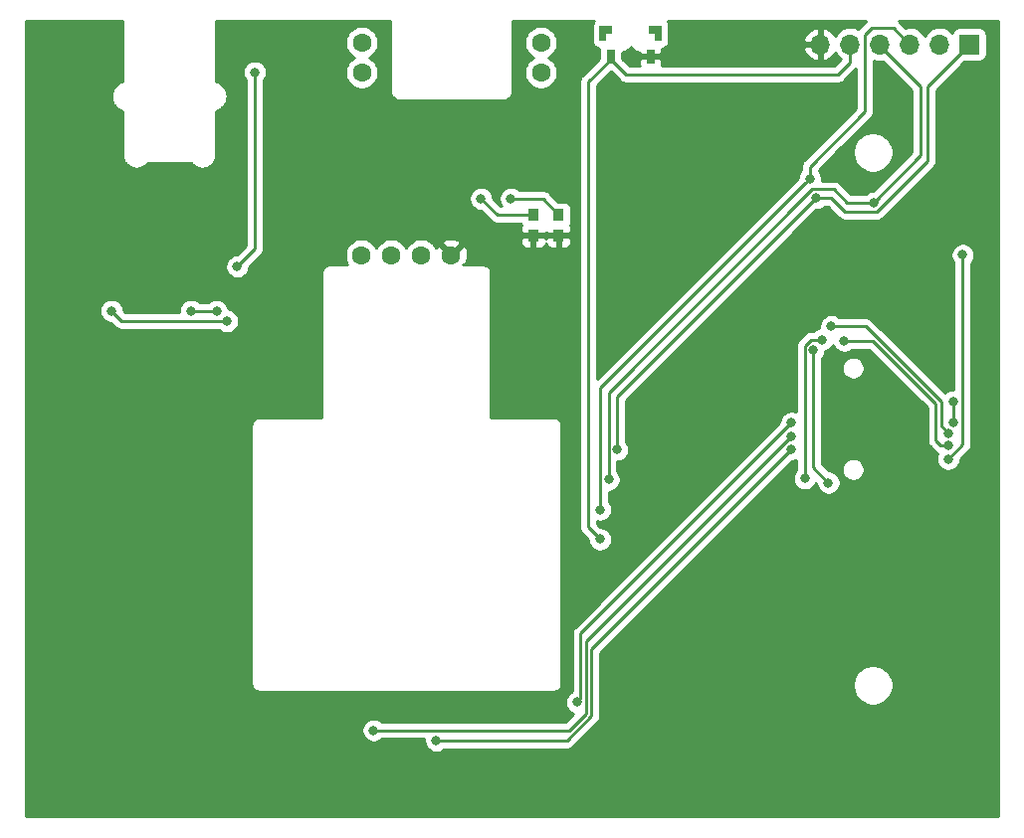
<source format=gbl>
G04 #@! TF.GenerationSoftware,KiCad,Pcbnew,(5.1.0-0)*
G04 #@! TF.CreationDate,2019-05-12T00:03:29+09:00*
G04 #@! TF.ProjectId,split_EC_right,73706c69-745f-4454-935f-72696768742e,rev?*
G04 #@! TF.SameCoordinates,Original*
G04 #@! TF.FileFunction,Copper,L2,Bot*
G04 #@! TF.FilePolarity,Positive*
%FSLAX46Y46*%
G04 Gerber Fmt 4.6, Leading zero omitted, Abs format (unit mm)*
G04 Created by KiCad (PCBNEW (5.1.0-0)) date 2019-05-12 00:03:29*
%MOMM*%
%LPD*%
G04 APERTURE LIST*
%ADD10C,1.600000*%
%ADD11R,0.950000X1.050000*%
%ADD12C,0.700000*%
%ADD13C,0.100000*%
%ADD14R,0.700000X1.200000*%
%ADD15O,1.700000X1.700000*%
%ADD16R,1.700000X1.700000*%
%ADD17C,0.800000*%
%ADD18C,0.250000*%
G04 APERTURE END LIST*
D10*
X108560000Y-61050000D03*
X106020000Y-61050000D03*
X103480000Y-61050000D03*
X100940000Y-61050000D03*
D11*
X117700000Y-59375000D03*
X117700000Y-57625000D03*
X115550000Y-57625000D03*
X115550000Y-59375000D03*
D12*
X125925000Y-41875000D03*
D13*
G36*
X126475000Y-42825000D02*
G01*
X125875000Y-42825000D01*
X125875000Y-42225000D01*
X125375000Y-42225000D01*
X125375000Y-41525000D01*
X126475000Y-41525000D01*
X126475000Y-42825000D01*
X126475000Y-42825000D01*
G37*
D14*
X125525000Y-44125000D03*
X122125000Y-44125000D03*
D12*
X121725000Y-41875000D03*
D13*
G36*
X122275000Y-42225000D02*
G01*
X121775000Y-42225000D01*
X121775000Y-42825000D01*
X121175000Y-42825000D01*
X121175000Y-41525000D01*
X122275000Y-41525000D01*
X122275000Y-42225000D01*
X122275000Y-42225000D01*
G37*
D10*
X100955000Y-45480000D03*
X100955000Y-42940000D03*
X116195000Y-45480000D03*
X116195000Y-42940000D03*
X100955000Y-45480000D03*
X100955000Y-42940000D03*
X116195000Y-45480000D03*
X116195000Y-42940000D03*
D15*
X139950000Y-43100000D03*
X142490000Y-43100000D03*
X145030000Y-43100000D03*
X147570000Y-43100000D03*
X150110000Y-43100000D03*
D16*
X152650000Y-43100000D03*
D17*
X145950000Y-67400000D03*
X79825000Y-45450000D03*
X76375000Y-48250000D03*
X76375000Y-55400000D03*
X84700000Y-53975000D03*
X126500000Y-58300000D03*
X121375000Y-70650000D03*
X127550000Y-89100000D03*
X131625000Y-84975000D03*
X129025000Y-82325000D03*
X122100000Y-89075000D03*
X125650000Y-85550000D03*
X130750000Y-80575000D03*
X129025000Y-78800000D03*
X112375000Y-74425000D03*
X97100000Y-74450000D03*
X90650000Y-75850000D03*
X90025000Y-64225000D03*
X97750000Y-53425000D03*
X96900000Y-49775000D03*
X144875000Y-46525000D03*
X154775000Y-41475000D03*
X154775000Y-46625000D03*
X154775000Y-51775000D03*
X154775000Y-56925000D03*
X154775000Y-62075000D03*
X154775000Y-67225000D03*
X154775000Y-72375000D03*
X154775000Y-77525000D03*
X154775000Y-82675000D03*
X154775000Y-87825000D03*
X154775000Y-92975000D03*
X154775000Y-98125000D03*
X154775000Y-103275000D03*
X154775000Y-108425000D03*
X142575000Y-46700000D03*
X141750000Y-49200000D03*
X137650000Y-54275000D03*
X136875000Y-46875000D03*
X137900000Y-41550000D03*
X127625000Y-44600000D03*
X127625000Y-41525000D03*
X137900000Y-44575000D03*
X132475000Y-44600000D03*
X132475000Y-41525000D03*
X107300000Y-53650000D03*
X106175000Y-56975000D03*
X103375000Y-56925000D03*
X84750000Y-56950000D03*
X72700000Y-41500000D03*
X72700000Y-46650000D03*
X72700000Y-51800000D03*
X72700000Y-56950000D03*
X72700000Y-62100000D03*
X72700000Y-67250000D03*
X72700000Y-72400000D03*
X72700000Y-77550000D03*
X72700000Y-82700000D03*
X72700000Y-87850000D03*
X72700000Y-93000000D03*
X72700000Y-98150000D03*
X72700000Y-103300000D03*
X72700000Y-108450000D03*
X77830000Y-108450000D03*
X82960000Y-108450000D03*
X88090000Y-108450000D03*
X93220000Y-108450000D03*
X98350000Y-108450000D03*
X103480000Y-108450000D03*
X108610000Y-108450000D03*
X113740000Y-108450000D03*
X118870000Y-108450000D03*
X124000000Y-108450000D03*
X129130000Y-108450000D03*
X134260000Y-108450000D03*
X139390000Y-108450000D03*
X144520000Y-108450000D03*
X149650000Y-108450000D03*
X77830000Y-103300000D03*
X82960000Y-103300000D03*
X88090000Y-103300000D03*
X93220000Y-103300000D03*
X98350000Y-103300000D03*
X103480000Y-103300000D03*
X113725000Y-103500000D03*
X118875000Y-103475000D03*
X124000000Y-103300000D03*
X129130000Y-103300000D03*
X134260000Y-103300000D03*
X139390000Y-103300000D03*
X144520000Y-103300000D03*
X149650000Y-103300000D03*
X143350000Y-95775000D03*
X148350000Y-92525000D03*
X135825000Y-98725000D03*
X147150000Y-56550000D03*
X149525000Y-59925000D03*
X140250000Y-62375000D03*
X151000000Y-62000000D03*
X151000000Y-66125000D03*
X148475000Y-69000000D03*
X77830000Y-93000000D03*
X82960000Y-93000000D03*
X88090000Y-93000000D03*
X77830000Y-98150000D03*
X82960000Y-98150000D03*
X88090000Y-98150000D03*
X77830000Y-87850000D03*
X82960000Y-87850000D03*
X88090000Y-87850000D03*
X77830000Y-77550000D03*
X82960000Y-77550000D03*
X77830000Y-72400000D03*
X77830000Y-82700000D03*
X82960000Y-82700000D03*
X77830000Y-67250000D03*
X77830000Y-62100000D03*
X86575000Y-74900000D03*
X86600000Y-79950000D03*
X86600000Y-85075000D03*
X91175000Y-91925000D03*
X91300000Y-98400000D03*
X96750000Y-98650000D03*
X140025000Y-99050000D03*
X141875000Y-92650000D03*
X138775000Y-95650000D03*
X129175000Y-98750000D03*
X124025000Y-98775000D03*
X118550000Y-92100000D03*
X118375000Y-97675000D03*
X122150000Y-83950000D03*
X122450000Y-81750000D03*
X124025000Y-79150000D03*
X118600000Y-75650000D03*
X126200000Y-71275000D03*
X126475000Y-65475000D03*
X102250000Y-53650000D03*
X100525000Y-58200000D03*
X97150000Y-70225000D03*
X97175000Y-65150000D03*
X121625000Y-95100000D03*
X121625000Y-98750000D03*
X125150000Y-91575000D03*
X128525000Y-91500000D03*
X126600000Y-95075000D03*
X132825000Y-95050000D03*
X135150000Y-91525000D03*
X146850000Y-79300000D03*
X146850000Y-81950000D03*
X133450000Y-86750000D03*
X133625000Y-83250000D03*
X141800000Y-81775000D03*
X137225000Y-79600000D03*
X137875000Y-82225000D03*
X136075000Y-75075000D03*
X137500000Y-73800000D03*
X137950000Y-67775000D03*
X125925000Y-75625000D03*
X129025000Y-68575000D03*
X129000000Y-63075000D03*
X138050000Y-49225000D03*
X129000000Y-58275000D03*
X127725000Y-56000000D03*
X144800000Y-49325000D03*
X117900000Y-49750000D03*
X119125000Y-47400000D03*
X122075000Y-45975000D03*
X120100000Y-41500000D03*
X120400000Y-43900000D03*
X114200000Y-41575000D03*
X114225000Y-47200000D03*
X102975000Y-47225000D03*
X102925000Y-41500000D03*
X90925000Y-41550000D03*
X91000000Y-44025000D03*
X90525000Y-47900000D03*
X95825000Y-47350000D03*
X92975000Y-50175000D03*
X88775000Y-53950000D03*
X90775000Y-55950000D03*
X90750000Y-59925000D03*
X93000000Y-57875000D03*
X90700000Y-71125000D03*
X78225000Y-41500000D03*
X78225000Y-43125000D03*
X96550000Y-41500000D03*
X112375000Y-69275000D03*
X112375000Y-64125000D03*
X119050000Y-69275000D03*
X119075000Y-64100000D03*
X119000000Y-55825000D03*
X121375000Y-53200000D03*
X121375000Y-58275000D03*
X121375000Y-64075000D03*
X121425000Y-49350000D03*
X124725000Y-52775000D03*
X132175000Y-51400000D03*
X128925000Y-46800000D03*
X133925000Y-53400000D03*
X133075000Y-58950000D03*
X133175000Y-64525000D03*
X136825000Y-60725000D03*
X128175000Y-50225000D03*
X80625000Y-53950000D03*
X82950000Y-72425000D03*
X86275000Y-67825000D03*
X150950000Y-70175000D03*
X140550000Y-54325000D03*
X143800000Y-69525000D03*
X129075000Y-73900000D03*
X133175000Y-71075000D03*
X149600000Y-86975000D03*
X149725000Y-91150000D03*
X149650000Y-79150000D03*
X149675000Y-82025000D03*
X152925000Y-79875000D03*
X149675000Y-95700000D03*
X152875000Y-92375000D03*
X152900000Y-85375000D03*
X140300000Y-57600000D03*
X150275000Y-53325000D03*
X150175000Y-47200000D03*
X147325000Y-47575000D03*
X112025000Y-58650000D03*
X114950000Y-53600000D03*
X119275000Y-99125000D03*
X137525002Y-75325000D03*
X152075000Y-61025000D03*
X150850480Y-78400480D03*
X107300000Y-102400000D03*
X137525000Y-77574998D03*
X151309072Y-75305477D03*
X151300000Y-73500000D03*
X137499367Y-76475317D03*
X101950000Y-101525000D03*
X144500000Y-56600000D03*
X121950000Y-80175000D03*
X139600000Y-56200002D03*
X122675000Y-77625000D03*
X121225000Y-82725000D03*
X139075000Y-54525000D03*
X140659220Y-80440850D03*
X139375030Y-69125000D03*
X142000000Y-68350000D03*
X150875001Y-77224999D03*
X140125000Y-68250000D03*
X138650000Y-80075000D03*
X140900000Y-67100000D03*
X150887653Y-76212345D03*
X111100000Y-56250000D03*
X113650000Y-56250000D03*
X121225000Y-85250000D03*
X79650000Y-65800000D03*
X89475000Y-66675000D03*
X86425000Y-65800000D03*
X88600000Y-65800000D03*
X90350000Y-62025000D03*
X91849996Y-45475000D03*
D18*
X137525000Y-75325000D02*
X137525002Y-75325000D01*
X119575000Y-93275000D02*
X137525000Y-75325000D01*
X119575000Y-98825000D02*
X119575000Y-93275000D01*
X119275000Y-99125000D02*
X119575000Y-98825000D01*
X152075000Y-77175960D02*
X150850480Y-78400480D01*
X152075000Y-61025000D02*
X152075000Y-77175960D01*
X120500000Y-94600000D02*
X137525000Y-77575000D01*
X120500000Y-100300000D02*
X120500000Y-94600000D01*
X137525000Y-77575000D02*
X137525000Y-77574998D01*
X118400000Y-102400000D02*
X120500000Y-100300000D01*
X107300000Y-102400000D02*
X118400000Y-102400000D01*
X151309072Y-73509072D02*
X151300000Y-73500000D01*
X151309072Y-75305477D02*
X151309072Y-73509072D01*
X118600000Y-101525000D02*
X102515685Y-101525000D01*
X120025000Y-100100000D02*
X118600000Y-101525000D01*
X137499367Y-76475317D02*
X120025000Y-93949684D01*
X120025000Y-93949684D02*
X120025000Y-100100000D01*
X102515685Y-101525000D02*
X101950000Y-101525000D01*
X139250002Y-55449998D02*
X121950000Y-72750000D01*
X141099998Y-55449998D02*
X139250002Y-55449998D01*
X142250000Y-56600000D02*
X141099998Y-55449998D01*
X121950000Y-72750000D02*
X121950000Y-80175000D01*
X144500000Y-56600000D02*
X142250000Y-56600000D01*
X144500000Y-56575000D02*
X144500000Y-56600000D01*
X148500000Y-46700000D02*
X148500000Y-52575000D01*
X148500000Y-52575000D02*
X144500000Y-56575000D01*
X145025000Y-43225000D02*
X148500000Y-46700000D01*
X145025000Y-43100000D02*
X145025000Y-43225000D01*
X122675000Y-76425000D02*
X122675000Y-77625000D01*
X122675000Y-73125002D02*
X122675000Y-76425000D01*
X139600000Y-56200002D02*
X122675000Y-73125002D01*
X152650000Y-43125000D02*
X152650000Y-43100000D01*
X139600000Y-56200002D02*
X140900002Y-56200002D01*
X149075000Y-53075000D02*
X149075000Y-46700000D01*
X144800001Y-57349999D02*
X149075000Y-53075000D01*
X142049999Y-57349999D02*
X144800001Y-57349999D01*
X149075000Y-46700000D02*
X152650000Y-43125000D01*
X140900002Y-56200002D02*
X142049999Y-57349999D01*
X144325000Y-41700000D02*
X143750000Y-42275000D01*
X147575000Y-43100000D02*
X146175000Y-41700000D01*
X143750000Y-42275000D02*
X143750000Y-48834315D01*
X143750000Y-48834315D02*
X139075000Y-53509315D01*
X146175000Y-41700000D02*
X144325000Y-41700000D01*
X121225000Y-72375000D02*
X138675001Y-54924999D01*
X139075000Y-53509315D02*
X139075000Y-53959315D01*
X139075000Y-53959315D02*
X139075000Y-54525000D01*
X121225000Y-82725000D02*
X121225000Y-72375000D01*
X138675001Y-54924999D02*
X139075000Y-54525000D01*
X139375030Y-69690685D02*
X139375030Y-69125000D01*
X139375030Y-79156660D02*
X139375030Y-69690685D01*
X140659220Y-80440850D02*
X139375030Y-79156660D01*
X150199999Y-77224999D02*
X150875001Y-77224999D01*
X149800000Y-76825000D02*
X150199999Y-77224999D01*
X149800000Y-73725000D02*
X149800000Y-76825000D01*
X144425000Y-68350000D02*
X149800000Y-73725000D01*
X142000000Y-68350000D02*
X144425000Y-68350000D01*
X139176992Y-68250000D02*
X138649991Y-68776999D01*
X140125000Y-68250000D02*
X139176992Y-68250000D01*
X138649991Y-79509306D02*
X138649991Y-68776999D01*
X138650000Y-79509315D02*
X138649991Y-79509306D01*
X138650000Y-80075000D02*
X138650000Y-79509315D01*
X150250000Y-75574692D02*
X150887653Y-76212345D01*
X150250000Y-73525000D02*
X150250000Y-75574692D01*
X143825000Y-67100000D02*
X150250000Y-73525000D01*
X140900000Y-67100000D02*
X143825000Y-67100000D01*
X112475000Y-57625000D02*
X111100000Y-56250000D01*
X115550000Y-57625000D02*
X112475000Y-57625000D01*
X116375000Y-56250000D02*
X117700000Y-57575000D01*
X113650000Y-56250000D02*
X116375000Y-56250000D01*
X117700000Y-57575000D02*
X117700000Y-57625000D01*
X122125000Y-44375000D02*
X122125000Y-44125000D01*
X120200000Y-46300000D02*
X122125000Y-44375000D01*
X120200000Y-84225000D02*
X120200000Y-46300000D01*
X121225000Y-85250000D02*
X120200000Y-84225000D01*
X142500000Y-44625000D02*
X142500000Y-43100000D01*
X141425000Y-45700000D02*
X142500000Y-44625000D01*
X123450000Y-45700000D02*
X141425000Y-45700000D01*
X122125000Y-44375000D02*
X123450000Y-45700000D01*
X80525000Y-66675000D02*
X79650000Y-65800000D01*
X89475000Y-66675000D02*
X80525000Y-66675000D01*
X86425000Y-65800000D02*
X88600000Y-65800000D01*
X90350000Y-62025000D02*
X91849996Y-60525004D01*
X91849996Y-46040685D02*
X91849996Y-45475000D01*
X91849996Y-60525004D02*
X91849996Y-46040685D01*
G36*
X80575001Y-46233846D02*
G01*
X80507278Y-46255329D01*
X80448978Y-46280317D01*
X80390310Y-46304497D01*
X80381713Y-46309146D01*
X80270546Y-46370260D01*
X80218210Y-46406095D01*
X80165347Y-46441217D01*
X80157816Y-46447448D01*
X80060639Y-46528991D01*
X80016270Y-46574299D01*
X79971235Y-46619020D01*
X79965058Y-46626594D01*
X79965054Y-46626599D01*
X79965051Y-46626604D01*
X79885568Y-46725460D01*
X79850824Y-46778553D01*
X79815349Y-46831146D01*
X79810764Y-46839771D01*
X79810761Y-46839775D01*
X79810761Y-46839776D01*
X79751988Y-46952198D01*
X79728210Y-47011050D01*
X79703635Y-47069511D01*
X79700812Y-47078860D01*
X79700810Y-47078866D01*
X79700810Y-47078868D01*
X79664993Y-47200563D01*
X79653103Y-47262892D01*
X79640347Y-47325034D01*
X79639394Y-47334762D01*
X79627897Y-47461098D01*
X79628340Y-47524539D01*
X79627897Y-47587979D01*
X79628851Y-47597706D01*
X79642111Y-47723870D01*
X79654865Y-47786007D01*
X79666756Y-47848341D01*
X79669578Y-47857684D01*
X79669580Y-47857695D01*
X79669584Y-47857705D01*
X79707094Y-47978882D01*
X79731691Y-48037396D01*
X79755447Y-48096194D01*
X79760036Y-48104824D01*
X79820373Y-48216414D01*
X79855869Y-48269038D01*
X79890588Y-48322096D01*
X79896765Y-48329670D01*
X79977627Y-48427416D01*
X80022676Y-48472152D01*
X80067034Y-48517450D01*
X80074559Y-48523675D01*
X80074565Y-48523681D01*
X80074570Y-48523684D01*
X80172872Y-48603858D01*
X80225737Y-48638982D01*
X80278068Y-48674814D01*
X80286655Y-48679457D01*
X80286661Y-48679461D01*
X80286666Y-48679463D01*
X80398675Y-48739019D01*
X80457313Y-48763188D01*
X80515645Y-48788189D01*
X80524982Y-48791079D01*
X80575000Y-48806180D01*
X80575001Y-52534390D01*
X80578389Y-52568790D01*
X80578389Y-52575285D01*
X80579411Y-52585006D01*
X80584128Y-52627064D01*
X80585129Y-52637224D01*
X80585349Y-52637951D01*
X80590288Y-52681981D01*
X80603485Y-52744071D01*
X80615802Y-52806277D01*
X80618692Y-52815614D01*
X80648198Y-52908630D01*
X80673199Y-52966962D01*
X80697368Y-53025600D01*
X80702017Y-53034198D01*
X80749028Y-53119710D01*
X80784874Y-53172062D01*
X80819984Y-53224907D01*
X80826214Y-53232438D01*
X80888939Y-53307190D01*
X80934287Y-53351597D01*
X80978970Y-53396594D01*
X80986544Y-53402772D01*
X81062594Y-53463918D01*
X81115701Y-53498670D01*
X81168281Y-53534136D01*
X81176904Y-53538721D01*
X81176909Y-53538724D01*
X81176914Y-53538726D01*
X81263391Y-53583935D01*
X81322239Y-53607712D01*
X81380698Y-53632286D01*
X81390051Y-53635110D01*
X81390059Y-53635113D01*
X81390067Y-53635115D01*
X81483666Y-53662663D01*
X81546001Y-53674554D01*
X81608140Y-53687310D01*
X81617856Y-53688262D01*
X81617862Y-53688263D01*
X81617868Y-53688263D01*
X81715050Y-53697107D01*
X81778524Y-53696664D01*
X81841932Y-53697107D01*
X81851649Y-53696154D01*
X81851663Y-53696154D01*
X81851676Y-53696151D01*
X81948708Y-53685953D01*
X82010878Y-53673192D01*
X82073177Y-53661308D01*
X82082524Y-53658486D01*
X82082534Y-53658484D01*
X82082543Y-53658480D01*
X82175753Y-53629627D01*
X82234283Y-53605024D01*
X82293068Y-53581273D01*
X82301686Y-53576690D01*
X82301694Y-53576687D01*
X82301700Y-53576683D01*
X82387536Y-53530272D01*
X82440156Y-53494779D01*
X82493220Y-53460055D01*
X82500792Y-53453879D01*
X82500795Y-53453877D01*
X82500800Y-53453872D01*
X82575983Y-53391675D01*
X82620698Y-53346647D01*
X82666012Y-53302273D01*
X82672243Y-53294742D01*
X82733918Y-53219121D01*
X82746622Y-53200000D01*
X86403436Y-53200000D01*
X86419984Y-53224907D01*
X86426214Y-53232438D01*
X86488939Y-53307190D01*
X86534287Y-53351597D01*
X86578970Y-53396594D01*
X86586544Y-53402772D01*
X86662594Y-53463918D01*
X86715701Y-53498670D01*
X86768281Y-53534136D01*
X86776904Y-53538721D01*
X86776909Y-53538724D01*
X86776914Y-53538726D01*
X86863391Y-53583935D01*
X86922239Y-53607712D01*
X86980698Y-53632286D01*
X86990051Y-53635110D01*
X86990059Y-53635113D01*
X86990067Y-53635115D01*
X87083666Y-53662663D01*
X87146001Y-53674554D01*
X87208140Y-53687310D01*
X87217856Y-53688262D01*
X87217862Y-53688263D01*
X87217868Y-53688263D01*
X87315050Y-53697107D01*
X87378524Y-53696664D01*
X87441932Y-53697107D01*
X87451649Y-53696154D01*
X87451663Y-53696154D01*
X87451676Y-53696151D01*
X87548708Y-53685953D01*
X87610878Y-53673192D01*
X87673177Y-53661308D01*
X87682524Y-53658486D01*
X87682534Y-53658484D01*
X87682543Y-53658480D01*
X87775753Y-53629627D01*
X87834283Y-53605024D01*
X87893068Y-53581273D01*
X87901686Y-53576690D01*
X87901694Y-53576687D01*
X87901700Y-53576683D01*
X87987536Y-53530272D01*
X88040156Y-53494779D01*
X88093220Y-53460055D01*
X88100792Y-53453879D01*
X88100795Y-53453877D01*
X88100800Y-53453872D01*
X88175983Y-53391675D01*
X88220698Y-53346647D01*
X88266012Y-53302273D01*
X88272243Y-53294742D01*
X88333918Y-53219121D01*
X88369022Y-53166287D01*
X88404878Y-53113921D01*
X88409526Y-53105323D01*
X88455338Y-53019162D01*
X88479515Y-52960504D01*
X88504506Y-52902197D01*
X88507396Y-52892860D01*
X88535601Y-52799442D01*
X88547927Y-52737190D01*
X88561116Y-52675143D01*
X88562136Y-52665435D01*
X88562137Y-52665428D01*
X88562137Y-52665422D01*
X88571492Y-52570005D01*
X88575000Y-52534390D01*
X88575000Y-48806154D01*
X88642722Y-48784671D01*
X88701064Y-48759666D01*
X88759689Y-48735503D01*
X88768281Y-48730857D01*
X88768291Y-48730853D01*
X88768300Y-48730847D01*
X88879454Y-48669740D01*
X88931807Y-48633893D01*
X88984652Y-48598783D01*
X88992172Y-48592561D01*
X88992178Y-48592557D01*
X88992182Y-48592552D01*
X89089361Y-48511010D01*
X89133749Y-48465682D01*
X89178765Y-48420980D01*
X89184942Y-48413405D01*
X89184946Y-48413401D01*
X89184949Y-48413396D01*
X89264432Y-48314540D01*
X89299176Y-48261447D01*
X89334651Y-48208854D01*
X89339236Y-48200229D01*
X89339239Y-48200225D01*
X89339241Y-48200221D01*
X89398012Y-48087802D01*
X89421784Y-48028964D01*
X89446365Y-47970490D01*
X89449190Y-47961133D01*
X89485007Y-47839437D01*
X89496897Y-47777108D01*
X89509653Y-47714966D01*
X89510606Y-47705238D01*
X89522103Y-47578902D01*
X89521660Y-47515500D01*
X89522104Y-47452021D01*
X89521149Y-47442294D01*
X89507889Y-47316131D01*
X89495131Y-47253975D01*
X89483244Y-47191659D01*
X89480422Y-47182316D01*
X89480420Y-47182305D01*
X89480416Y-47182295D01*
X89442905Y-47061118D01*
X89418322Y-47002636D01*
X89394553Y-46943806D01*
X89389964Y-46935176D01*
X89329627Y-46823586D01*
X89294131Y-46770962D01*
X89259412Y-46717904D01*
X89253235Y-46710330D01*
X89172373Y-46612584D01*
X89127324Y-46567848D01*
X89082966Y-46522550D01*
X89075441Y-46516325D01*
X89075435Y-46516319D01*
X89075428Y-46516315D01*
X88977128Y-46436142D01*
X88924278Y-46401028D01*
X88871932Y-46365186D01*
X88863334Y-46360537D01*
X88751325Y-46300981D01*
X88692674Y-46276807D01*
X88634355Y-46251811D01*
X88625017Y-46248921D01*
X88575000Y-46233820D01*
X88575000Y-42799650D01*
X99530000Y-42799650D01*
X99530000Y-43080350D01*
X99584762Y-43355657D01*
X99692181Y-43614991D01*
X99848130Y-43848385D01*
X100046615Y-44046870D01*
X100280009Y-44202819D01*
X100297346Y-44210000D01*
X100280009Y-44217181D01*
X100046615Y-44373130D01*
X99848130Y-44571615D01*
X99692181Y-44805009D01*
X99584762Y-45064343D01*
X99530000Y-45339650D01*
X99530000Y-45620350D01*
X99584762Y-45895657D01*
X99692181Y-46154991D01*
X99848130Y-46388385D01*
X100046615Y-46586870D01*
X100280009Y-46742819D01*
X100539343Y-46850238D01*
X100814650Y-46905000D01*
X101095350Y-46905000D01*
X101370657Y-46850238D01*
X101629991Y-46742819D01*
X101863385Y-46586870D01*
X102061870Y-46388385D01*
X102217819Y-46154991D01*
X102325238Y-45895657D01*
X102380000Y-45620350D01*
X102380000Y-45339650D01*
X102325238Y-45064343D01*
X102217819Y-44805009D01*
X102061870Y-44571615D01*
X101863385Y-44373130D01*
X101629991Y-44217181D01*
X101612654Y-44210000D01*
X101629991Y-44202819D01*
X101863385Y-44046870D01*
X102061870Y-43848385D01*
X102217819Y-43614991D01*
X102325238Y-43355657D01*
X102380000Y-43080350D01*
X102380000Y-42799650D01*
X102325238Y-42524343D01*
X102217819Y-42265009D01*
X102061870Y-42031615D01*
X101863385Y-41833130D01*
X101629991Y-41677181D01*
X101370657Y-41569762D01*
X101095350Y-41515000D01*
X100814650Y-41515000D01*
X100539343Y-41569762D01*
X100280009Y-41677181D01*
X100046615Y-41833130D01*
X99848130Y-42031615D01*
X99692181Y-42265009D01*
X99584762Y-42524343D01*
X99530000Y-42799650D01*
X88575000Y-42799650D01*
X88575000Y-41125000D01*
X103375001Y-41125000D01*
X103375000Y-47115610D01*
X103371613Y-47150000D01*
X103385128Y-47287224D01*
X103425155Y-47419175D01*
X103490155Y-47540781D01*
X103577630Y-47647370D01*
X103684219Y-47734845D01*
X103805825Y-47799845D01*
X103937776Y-47839872D01*
X104033818Y-47849331D01*
X104075000Y-47853387D01*
X104109390Y-47850000D01*
X113040610Y-47850000D01*
X113075000Y-47853387D01*
X113109390Y-47850000D01*
X113212224Y-47839872D01*
X113344175Y-47799845D01*
X113465781Y-47734845D01*
X113572370Y-47647370D01*
X113659845Y-47540781D01*
X113724845Y-47419175D01*
X113764872Y-47287224D01*
X113778387Y-47150000D01*
X113775000Y-47115610D01*
X113775000Y-42799650D01*
X114770000Y-42799650D01*
X114770000Y-43080350D01*
X114824762Y-43355657D01*
X114932181Y-43614991D01*
X115088130Y-43848385D01*
X115286615Y-44046870D01*
X115520009Y-44202819D01*
X115537346Y-44210000D01*
X115520009Y-44217181D01*
X115286615Y-44373130D01*
X115088130Y-44571615D01*
X114932181Y-44805009D01*
X114824762Y-45064343D01*
X114770000Y-45339650D01*
X114770000Y-45620350D01*
X114824762Y-45895657D01*
X114932181Y-46154991D01*
X115088130Y-46388385D01*
X115286615Y-46586870D01*
X115520009Y-46742819D01*
X115779343Y-46850238D01*
X116054650Y-46905000D01*
X116335350Y-46905000D01*
X116610657Y-46850238D01*
X116869991Y-46742819D01*
X117103385Y-46586870D01*
X117301870Y-46388385D01*
X117457819Y-46154991D01*
X117565238Y-45895657D01*
X117620000Y-45620350D01*
X117620000Y-45339650D01*
X117565238Y-45064343D01*
X117457819Y-44805009D01*
X117301870Y-44571615D01*
X117103385Y-44373130D01*
X116869991Y-44217181D01*
X116852654Y-44210000D01*
X116869991Y-44202819D01*
X117103385Y-44046870D01*
X117301870Y-43848385D01*
X117457819Y-43614991D01*
X117565238Y-43355657D01*
X117620000Y-43080350D01*
X117620000Y-42799650D01*
X117565238Y-42524343D01*
X117457819Y-42265009D01*
X117301870Y-42031615D01*
X117103385Y-41833130D01*
X116869991Y-41677181D01*
X116610657Y-41569762D01*
X116335350Y-41515000D01*
X116054650Y-41515000D01*
X115779343Y-41569762D01*
X115520009Y-41677181D01*
X115286615Y-41833130D01*
X115088130Y-42031615D01*
X114932181Y-42265009D01*
X114824762Y-42524343D01*
X114770000Y-42799650D01*
X113775000Y-42799650D01*
X113775000Y-41125000D01*
X120694745Y-41125000D01*
X120652817Y-41176089D01*
X120594781Y-41284666D01*
X120559043Y-41402479D01*
X120546976Y-41525000D01*
X120546976Y-42825000D01*
X120559043Y-42947521D01*
X120594781Y-43065334D01*
X120652817Y-43173911D01*
X120730920Y-43269080D01*
X120826089Y-43347183D01*
X120934666Y-43405219D01*
X121052479Y-43440957D01*
X121154266Y-43450982D01*
X121146976Y-43525000D01*
X121146976Y-44292364D01*
X119695715Y-45743626D01*
X119667106Y-45767105D01*
X119643627Y-45795714D01*
X119643624Y-45795717D01*
X119616131Y-45829218D01*
X119573382Y-45881307D01*
X119566780Y-45893659D01*
X119503739Y-46011600D01*
X119460853Y-46152975D01*
X119446373Y-46300000D01*
X119450001Y-46336837D01*
X119450000Y-84188173D01*
X119446373Y-84225000D01*
X119450000Y-84261827D01*
X119450000Y-84261834D01*
X119460853Y-84372025D01*
X119503739Y-84513400D01*
X119573381Y-84643692D01*
X119667105Y-84757895D01*
X119695719Y-84781378D01*
X120200000Y-85285660D01*
X120200000Y-85350954D01*
X120239390Y-85548982D01*
X120316656Y-85735520D01*
X120428830Y-85903400D01*
X120571600Y-86046170D01*
X120739480Y-86158344D01*
X120926018Y-86235610D01*
X121124046Y-86275000D01*
X121325954Y-86275000D01*
X121523982Y-86235610D01*
X121710520Y-86158344D01*
X121878400Y-86046170D01*
X122021170Y-85903400D01*
X122133344Y-85735520D01*
X122210610Y-85548982D01*
X122250000Y-85350954D01*
X122250000Y-85149046D01*
X122210610Y-84951018D01*
X122133344Y-84764480D01*
X122021170Y-84596600D01*
X121878400Y-84453830D01*
X121710520Y-84341656D01*
X121523982Y-84264390D01*
X121325954Y-84225000D01*
X121260660Y-84225000D01*
X120950000Y-83914341D01*
X120950000Y-83715380D01*
X121124046Y-83750000D01*
X121325954Y-83750000D01*
X121523982Y-83710610D01*
X121710520Y-83633344D01*
X121878400Y-83521170D01*
X122021170Y-83378400D01*
X122133344Y-83210520D01*
X122210610Y-83023982D01*
X122250000Y-82825954D01*
X122250000Y-82624046D01*
X122210610Y-82426018D01*
X122133344Y-82239480D01*
X122021170Y-82071600D01*
X121975000Y-82025430D01*
X121975000Y-81200000D01*
X122050954Y-81200000D01*
X122248982Y-81160610D01*
X122435520Y-81083344D01*
X122603400Y-80971170D01*
X122746170Y-80828400D01*
X122858344Y-80660520D01*
X122935610Y-80473982D01*
X122975000Y-80275954D01*
X122975000Y-80074046D01*
X122935610Y-79876018D01*
X122858344Y-79689480D01*
X122746170Y-79521600D01*
X122700000Y-79475430D01*
X122700000Y-78650000D01*
X122775954Y-78650000D01*
X122973982Y-78610610D01*
X123160520Y-78533344D01*
X123328400Y-78421170D01*
X123471170Y-78278400D01*
X123583344Y-78110520D01*
X123660610Y-77923982D01*
X123700000Y-77725954D01*
X123700000Y-77524046D01*
X123660610Y-77326018D01*
X123583344Y-77139480D01*
X123471170Y-76971600D01*
X123425000Y-76925430D01*
X123425000Y-73435661D01*
X139635660Y-57225002D01*
X139700954Y-57225002D01*
X139898982Y-57185612D01*
X140085520Y-57108346D01*
X140253400Y-56996172D01*
X140299570Y-56950002D01*
X140589343Y-56950002D01*
X141493629Y-57854290D01*
X141517104Y-57882894D01*
X141545707Y-57906368D01*
X141545714Y-57906375D01*
X141619924Y-57967277D01*
X141631306Y-57976618D01*
X141761598Y-58046260D01*
X141902973Y-58089146D01*
X142013164Y-58099999D01*
X142013173Y-58099999D01*
X142049998Y-58103626D01*
X142086823Y-58099999D01*
X144763174Y-58099999D01*
X144800001Y-58103626D01*
X144836828Y-58099999D01*
X144836836Y-58099999D01*
X144947027Y-58089146D01*
X145088402Y-58046260D01*
X145218694Y-57976618D01*
X145332896Y-57882894D01*
X145356380Y-57854279D01*
X149579287Y-53631373D01*
X149607895Y-53607895D01*
X149633510Y-53576684D01*
X149701619Y-53493693D01*
X149771261Y-53363401D01*
X149814147Y-53222026D01*
X149816942Y-53193644D01*
X149825000Y-53111835D01*
X149825000Y-53111828D01*
X149828627Y-53075000D01*
X149825000Y-53038172D01*
X149825000Y-47010659D01*
X152257636Y-44578024D01*
X153500000Y-44578024D01*
X153622521Y-44565957D01*
X153740334Y-44530219D01*
X153848911Y-44472183D01*
X153944080Y-44394080D01*
X154022183Y-44298911D01*
X154080219Y-44190334D01*
X154115957Y-44072521D01*
X154128024Y-43950000D01*
X154128024Y-42250000D01*
X154115957Y-42127479D01*
X154080219Y-42009666D01*
X154022183Y-41901089D01*
X153944080Y-41805920D01*
X153848911Y-41727817D01*
X153740334Y-41669781D01*
X153622521Y-41634043D01*
X153500000Y-41621976D01*
X151800000Y-41621976D01*
X151677479Y-41634043D01*
X151559666Y-41669781D01*
X151451089Y-41727817D01*
X151355920Y-41805920D01*
X151277817Y-41901089D01*
X151219781Y-42009666D01*
X151193746Y-42095494D01*
X151158028Y-42051972D01*
X150933431Y-41867649D01*
X150677189Y-41730685D01*
X150399150Y-41646343D01*
X150182452Y-41625000D01*
X150037548Y-41625000D01*
X149820850Y-41646343D01*
X149542811Y-41730685D01*
X149286569Y-41867649D01*
X149061972Y-42051972D01*
X148877649Y-42276569D01*
X148840000Y-42347005D01*
X148802351Y-42276569D01*
X148618028Y-42051972D01*
X148393431Y-41867649D01*
X148137189Y-41730685D01*
X147859150Y-41646343D01*
X147642452Y-41625000D01*
X147497548Y-41625000D01*
X147280850Y-41646343D01*
X147205009Y-41669349D01*
X146731378Y-41195719D01*
X146707895Y-41167105D01*
X146656590Y-41125000D01*
X155125000Y-41125000D01*
X155125000Y-108875000D01*
X72375000Y-108875000D01*
X72375000Y-101424046D01*
X100925000Y-101424046D01*
X100925000Y-101625954D01*
X100964390Y-101823982D01*
X101041656Y-102010520D01*
X101153830Y-102178400D01*
X101296600Y-102321170D01*
X101464480Y-102433344D01*
X101651018Y-102510610D01*
X101849046Y-102550000D01*
X102050954Y-102550000D01*
X102248982Y-102510610D01*
X102435520Y-102433344D01*
X102603400Y-102321170D01*
X102649570Y-102275000D01*
X106279783Y-102275000D01*
X106275000Y-102299046D01*
X106275000Y-102500954D01*
X106314390Y-102698982D01*
X106391656Y-102885520D01*
X106503830Y-103053400D01*
X106646600Y-103196170D01*
X106814480Y-103308344D01*
X107001018Y-103385610D01*
X107199046Y-103425000D01*
X107400954Y-103425000D01*
X107598982Y-103385610D01*
X107785520Y-103308344D01*
X107953400Y-103196170D01*
X107999570Y-103150000D01*
X118363173Y-103150000D01*
X118400000Y-103153627D01*
X118436827Y-103150000D01*
X118436835Y-103150000D01*
X118547026Y-103139147D01*
X118688401Y-103096261D01*
X118818693Y-103026619D01*
X118932895Y-102932895D01*
X118956378Y-102904281D01*
X121004292Y-100856369D01*
X121032895Y-100832895D01*
X121056369Y-100804292D01*
X121056376Y-100804285D01*
X121126618Y-100718694D01*
X121126619Y-100718693D01*
X121196261Y-100588401D01*
X121239147Y-100447026D01*
X121250000Y-100336835D01*
X121250000Y-100336818D01*
X121253626Y-100300001D01*
X121250000Y-100263184D01*
X121250000Y-97520102D01*
X142725000Y-97520102D01*
X142725000Y-97859898D01*
X142791290Y-98193164D01*
X142921324Y-98507094D01*
X143110105Y-98789624D01*
X143350376Y-99029895D01*
X143632906Y-99218676D01*
X143946836Y-99348710D01*
X144280102Y-99415000D01*
X144619898Y-99415000D01*
X144953164Y-99348710D01*
X145267094Y-99218676D01*
X145549624Y-99029895D01*
X145789895Y-98789624D01*
X145978676Y-98507094D01*
X146108710Y-98193164D01*
X146175000Y-97859898D01*
X146175000Y-97520102D01*
X146108710Y-97186836D01*
X145978676Y-96872906D01*
X145789895Y-96590376D01*
X145549624Y-96350105D01*
X145267094Y-96161324D01*
X144953164Y-96031290D01*
X144619898Y-95965000D01*
X144280102Y-95965000D01*
X143946836Y-96031290D01*
X143632906Y-96161324D01*
X143350376Y-96350105D01*
X143110105Y-96590376D01*
X142921324Y-96872906D01*
X142791290Y-97186836D01*
X142725000Y-97520102D01*
X121250000Y-97520102D01*
X121250000Y-94910659D01*
X137560662Y-78599998D01*
X137625954Y-78599998D01*
X137823982Y-78560608D01*
X137899991Y-78529124D01*
X137899991Y-79375439D01*
X137853830Y-79421600D01*
X137741656Y-79589480D01*
X137664390Y-79776018D01*
X137625000Y-79974046D01*
X137625000Y-80175954D01*
X137664390Y-80373982D01*
X137741656Y-80560520D01*
X137853830Y-80728400D01*
X137996600Y-80871170D01*
X138164480Y-80983344D01*
X138351018Y-81060610D01*
X138549046Y-81100000D01*
X138750954Y-81100000D01*
X138948982Y-81060610D01*
X139135520Y-80983344D01*
X139303400Y-80871170D01*
X139446170Y-80728400D01*
X139558344Y-80560520D01*
X139605173Y-80447463D01*
X139634220Y-80476510D01*
X139634220Y-80541804D01*
X139673610Y-80739832D01*
X139750876Y-80926370D01*
X139863050Y-81094250D01*
X140005820Y-81237020D01*
X140173700Y-81349194D01*
X140360238Y-81426460D01*
X140558266Y-81465850D01*
X140760174Y-81465850D01*
X140958202Y-81426460D01*
X141144740Y-81349194D01*
X141312620Y-81237020D01*
X141455390Y-81094250D01*
X141567564Y-80926370D01*
X141644830Y-80739832D01*
X141684220Y-80541804D01*
X141684220Y-80339896D01*
X141644830Y-80141868D01*
X141567564Y-79955330D01*
X141455390Y-79787450D01*
X141312620Y-79644680D01*
X141144740Y-79532506D01*
X140958202Y-79455240D01*
X140760174Y-79415850D01*
X140694880Y-79415850D01*
X140508001Y-79228971D01*
X141775000Y-79228971D01*
X141775000Y-79421029D01*
X141812468Y-79609397D01*
X141885966Y-79786836D01*
X141992668Y-79946527D01*
X142128473Y-80082332D01*
X142288164Y-80189034D01*
X142465603Y-80262532D01*
X142653971Y-80300000D01*
X142846029Y-80300000D01*
X143034397Y-80262532D01*
X143211836Y-80189034D01*
X143371527Y-80082332D01*
X143507332Y-79946527D01*
X143614034Y-79786836D01*
X143687532Y-79609397D01*
X143725000Y-79421029D01*
X143725000Y-79228971D01*
X143687532Y-79040603D01*
X143614034Y-78863164D01*
X143507332Y-78703473D01*
X143371527Y-78567668D01*
X143211836Y-78460966D01*
X143034397Y-78387468D01*
X142846029Y-78350000D01*
X142653971Y-78350000D01*
X142465603Y-78387468D01*
X142288164Y-78460966D01*
X142128473Y-78567668D01*
X141992668Y-78703473D01*
X141885966Y-78863164D01*
X141812468Y-79040603D01*
X141775000Y-79228971D01*
X140508001Y-79228971D01*
X140125030Y-78846001D01*
X140125030Y-70578971D01*
X141775000Y-70578971D01*
X141775000Y-70771029D01*
X141812468Y-70959397D01*
X141885966Y-71136836D01*
X141992668Y-71296527D01*
X142128473Y-71432332D01*
X142288164Y-71539034D01*
X142465603Y-71612532D01*
X142653971Y-71650000D01*
X142846029Y-71650000D01*
X143034397Y-71612532D01*
X143211836Y-71539034D01*
X143371527Y-71432332D01*
X143507332Y-71296527D01*
X143614034Y-71136836D01*
X143687532Y-70959397D01*
X143725000Y-70771029D01*
X143725000Y-70578971D01*
X143687532Y-70390603D01*
X143614034Y-70213164D01*
X143507332Y-70053473D01*
X143371527Y-69917668D01*
X143211836Y-69810966D01*
X143034397Y-69737468D01*
X142846029Y-69700000D01*
X142653971Y-69700000D01*
X142465603Y-69737468D01*
X142288164Y-69810966D01*
X142128473Y-69917668D01*
X141992668Y-70053473D01*
X141885966Y-70213164D01*
X141812468Y-70390603D01*
X141775000Y-70578971D01*
X140125030Y-70578971D01*
X140125030Y-69824570D01*
X140171200Y-69778400D01*
X140283374Y-69610520D01*
X140360640Y-69423982D01*
X140397043Y-69240968D01*
X140423982Y-69235610D01*
X140610520Y-69158344D01*
X140778400Y-69046170D01*
X140921170Y-68903400D01*
X141033344Y-68735520D01*
X141041789Y-68715131D01*
X141091656Y-68835520D01*
X141203830Y-69003400D01*
X141346600Y-69146170D01*
X141514480Y-69258344D01*
X141701018Y-69335610D01*
X141899046Y-69375000D01*
X142100954Y-69375000D01*
X142298982Y-69335610D01*
X142485520Y-69258344D01*
X142653400Y-69146170D01*
X142699570Y-69100000D01*
X144114341Y-69100000D01*
X149050000Y-74035660D01*
X149050001Y-76788163D01*
X149046373Y-76825000D01*
X149060853Y-76972025D01*
X149103739Y-77113400D01*
X149117679Y-77139480D01*
X149173382Y-77243693D01*
X149199909Y-77276016D01*
X149243624Y-77329283D01*
X149243627Y-77329286D01*
X149267106Y-77357895D01*
X149295715Y-77381374D01*
X149643620Y-77729279D01*
X149667104Y-77757894D01*
X149781306Y-77851618D01*
X149911598Y-77921260D01*
X149936409Y-77928786D01*
X149864870Y-78101498D01*
X149825480Y-78299526D01*
X149825480Y-78501434D01*
X149864870Y-78699462D01*
X149942136Y-78886000D01*
X150054310Y-79053880D01*
X150197080Y-79196650D01*
X150364960Y-79308824D01*
X150551498Y-79386090D01*
X150749526Y-79425480D01*
X150951434Y-79425480D01*
X151149462Y-79386090D01*
X151336000Y-79308824D01*
X151503880Y-79196650D01*
X151646650Y-79053880D01*
X151758824Y-78886000D01*
X151836090Y-78699462D01*
X151875480Y-78501434D01*
X151875480Y-78436139D01*
X152579286Y-77732334D01*
X152607895Y-77708855D01*
X152661374Y-77643692D01*
X152701619Y-77594653D01*
X152771261Y-77464361D01*
X152814147Y-77322986D01*
X152819219Y-77271487D01*
X152825000Y-77212795D01*
X152825000Y-77212788D01*
X152828627Y-77175960D01*
X152825000Y-77139132D01*
X152825000Y-61724570D01*
X152871170Y-61678400D01*
X152983344Y-61510520D01*
X153060610Y-61323982D01*
X153100000Y-61125954D01*
X153100000Y-60924046D01*
X153060610Y-60726018D01*
X152983344Y-60539480D01*
X152871170Y-60371600D01*
X152728400Y-60228830D01*
X152560520Y-60116656D01*
X152373982Y-60039390D01*
X152175954Y-60000000D01*
X151974046Y-60000000D01*
X151776018Y-60039390D01*
X151589480Y-60116656D01*
X151421600Y-60228830D01*
X151278830Y-60371600D01*
X151166656Y-60539480D01*
X151089390Y-60726018D01*
X151050000Y-60924046D01*
X151050000Y-61125954D01*
X151089390Y-61323982D01*
X151166656Y-61510520D01*
X151278830Y-61678400D01*
X151325000Y-61724570D01*
X151325001Y-72475000D01*
X151199046Y-72475000D01*
X151001018Y-72514390D01*
X150814480Y-72591656D01*
X150646600Y-72703830D01*
X150568045Y-72782385D01*
X144381379Y-66595720D01*
X144357895Y-66567105D01*
X144243693Y-66473381D01*
X144113401Y-66403739D01*
X143972026Y-66360853D01*
X143861835Y-66350000D01*
X143861827Y-66350000D01*
X143825000Y-66346373D01*
X143788173Y-66350000D01*
X141599570Y-66350000D01*
X141553400Y-66303830D01*
X141385520Y-66191656D01*
X141198982Y-66114390D01*
X141000954Y-66075000D01*
X140799046Y-66075000D01*
X140601018Y-66114390D01*
X140414480Y-66191656D01*
X140246600Y-66303830D01*
X140103830Y-66446600D01*
X139991656Y-66614480D01*
X139914390Y-66801018D01*
X139875000Y-66999046D01*
X139875000Y-67200954D01*
X139885274Y-67252603D01*
X139826018Y-67264390D01*
X139639480Y-67341656D01*
X139471600Y-67453830D01*
X139425430Y-67500000D01*
X139213821Y-67500000D01*
X139176993Y-67496373D01*
X139140165Y-67500000D01*
X139140157Y-67500000D01*
X139029966Y-67510853D01*
X138968407Y-67529527D01*
X138888593Y-67553738D01*
X138758300Y-67623380D01*
X138672709Y-67693623D01*
X138672706Y-67693626D01*
X138644097Y-67717105D01*
X138620618Y-67745714D01*
X138145707Y-68220625D01*
X138117097Y-68244104D01*
X138093618Y-68272713D01*
X138093616Y-68272715D01*
X138023373Y-68358306D01*
X137953731Y-68488598D01*
X137910845Y-68629972D01*
X137896364Y-68776998D01*
X137899992Y-68813835D01*
X137899991Y-74370873D01*
X137823984Y-74339390D01*
X137625956Y-74300000D01*
X137424048Y-74300000D01*
X137226020Y-74339390D01*
X137039482Y-74416656D01*
X136871602Y-74528830D01*
X136728832Y-74671600D01*
X136616658Y-74839480D01*
X136539392Y-75026018D01*
X136500002Y-75224046D01*
X136500002Y-75289337D01*
X119070715Y-92718626D01*
X119042106Y-92742105D01*
X119018627Y-92770714D01*
X119018624Y-92770717D01*
X118991131Y-92804218D01*
X118948382Y-92856307D01*
X118911157Y-92925950D01*
X118878739Y-92986600D01*
X118835853Y-93127975D01*
X118821373Y-93275000D01*
X118825001Y-93311837D01*
X118825000Y-98201943D01*
X118789480Y-98216656D01*
X118621600Y-98328830D01*
X118478830Y-98471600D01*
X118366656Y-98639480D01*
X118289390Y-98826018D01*
X118250000Y-99024046D01*
X118250000Y-99225954D01*
X118289390Y-99423982D01*
X118366656Y-99610520D01*
X118478830Y-99778400D01*
X118621600Y-99921170D01*
X118789480Y-100033344D01*
X118960258Y-100104082D01*
X118289341Y-100775000D01*
X102649570Y-100775000D01*
X102603400Y-100728830D01*
X102435520Y-100616656D01*
X102248982Y-100539390D01*
X102050954Y-100500000D01*
X101849046Y-100500000D01*
X101651018Y-100539390D01*
X101464480Y-100616656D01*
X101296600Y-100728830D01*
X101153830Y-100871600D01*
X101041656Y-101039480D01*
X100964390Y-101226018D01*
X100925000Y-101424046D01*
X72375000Y-101424046D01*
X72375000Y-75550000D01*
X91546613Y-75550000D01*
X91550001Y-75584400D01*
X91550000Y-97515610D01*
X91546613Y-97550000D01*
X91560128Y-97687224D01*
X91600155Y-97819175D01*
X91665155Y-97940781D01*
X91752630Y-98047370D01*
X91851779Y-98128739D01*
X91859219Y-98134845D01*
X91980825Y-98199845D01*
X92112776Y-98239872D01*
X92250000Y-98253387D01*
X92284390Y-98250000D01*
X117215610Y-98250000D01*
X117250000Y-98253387D01*
X117284390Y-98250000D01*
X117387224Y-98239872D01*
X117519175Y-98199845D01*
X117640781Y-98134845D01*
X117747370Y-98047370D01*
X117834845Y-97940781D01*
X117899845Y-97819175D01*
X117939872Y-97687224D01*
X117953387Y-97550000D01*
X117950000Y-97515610D01*
X117950000Y-75584389D01*
X117953387Y-75550000D01*
X117939872Y-75412776D01*
X117899845Y-75280825D01*
X117834845Y-75159219D01*
X117747370Y-75052630D01*
X117640781Y-74965155D01*
X117519175Y-74900155D01*
X117387224Y-74860128D01*
X117284390Y-74850000D01*
X117250000Y-74846613D01*
X117215610Y-74850000D01*
X111950000Y-74850000D01*
X111950000Y-62584390D01*
X111953387Y-62550000D01*
X111939872Y-62412776D01*
X111899845Y-62280825D01*
X111834845Y-62159219D01*
X111747370Y-62052630D01*
X111640781Y-61965155D01*
X111519175Y-61900155D01*
X111387224Y-61860128D01*
X111284390Y-61850000D01*
X111250000Y-61846613D01*
X111215610Y-61850000D01*
X109577216Y-61850000D01*
X109787479Y-61787307D01*
X109907735Y-61533670D01*
X109976198Y-61261447D01*
X109990237Y-60981097D01*
X109949314Y-60703396D01*
X109855000Y-60439014D01*
X109787479Y-60312693D01*
X109546065Y-60240712D01*
X108736777Y-61050000D01*
X108750919Y-61064142D01*
X108574142Y-61240919D01*
X108560000Y-61226777D01*
X108545858Y-61240919D01*
X108369081Y-61064142D01*
X108383223Y-61050000D01*
X107573935Y-60240712D01*
X107332521Y-60312693D01*
X107292217Y-60397699D01*
X107282819Y-60375009D01*
X107126870Y-60141615D01*
X107049190Y-60063935D01*
X107750712Y-60063935D01*
X108560000Y-60873223D01*
X109369288Y-60063935D01*
X109320409Y-59900000D01*
X114446976Y-59900000D01*
X114459043Y-60022521D01*
X114494781Y-60140334D01*
X114552817Y-60248911D01*
X114630920Y-60344080D01*
X114726089Y-60422183D01*
X114834666Y-60480219D01*
X114952479Y-60515957D01*
X115075000Y-60528024D01*
X115268750Y-60525000D01*
X115425000Y-60368750D01*
X115425000Y-59500000D01*
X115675000Y-59500000D01*
X115675000Y-60368750D01*
X115831250Y-60525000D01*
X116025000Y-60528024D01*
X116147521Y-60515957D01*
X116265334Y-60480219D01*
X116373911Y-60422183D01*
X116469080Y-60344080D01*
X116547183Y-60248911D01*
X116605219Y-60140334D01*
X116625000Y-60075124D01*
X116644781Y-60140334D01*
X116702817Y-60248911D01*
X116780920Y-60344080D01*
X116876089Y-60422183D01*
X116984666Y-60480219D01*
X117102479Y-60515957D01*
X117225000Y-60528024D01*
X117418750Y-60525000D01*
X117575000Y-60368750D01*
X117575000Y-59500000D01*
X117825000Y-59500000D01*
X117825000Y-60368750D01*
X117981250Y-60525000D01*
X118175000Y-60528024D01*
X118297521Y-60515957D01*
X118415334Y-60480219D01*
X118523911Y-60422183D01*
X118619080Y-60344080D01*
X118697183Y-60248911D01*
X118755219Y-60140334D01*
X118790957Y-60022521D01*
X118803024Y-59900000D01*
X118800000Y-59656250D01*
X118643750Y-59500000D01*
X117825000Y-59500000D01*
X117575000Y-59500000D01*
X116756250Y-59500000D01*
X116625000Y-59631250D01*
X116493750Y-59500000D01*
X115675000Y-59500000D01*
X115425000Y-59500000D01*
X114606250Y-59500000D01*
X114450000Y-59656250D01*
X114446976Y-59900000D01*
X109320409Y-59900000D01*
X109297307Y-59822521D01*
X109043670Y-59702265D01*
X108771447Y-59633802D01*
X108491097Y-59619763D01*
X108213396Y-59660686D01*
X107949014Y-59755000D01*
X107822693Y-59822521D01*
X107750712Y-60063935D01*
X107049190Y-60063935D01*
X106928385Y-59943130D01*
X106694991Y-59787181D01*
X106435657Y-59679762D01*
X106160350Y-59625000D01*
X105879650Y-59625000D01*
X105604343Y-59679762D01*
X105345009Y-59787181D01*
X105111615Y-59943130D01*
X104913130Y-60141615D01*
X104757181Y-60375009D01*
X104750000Y-60392346D01*
X104742819Y-60375009D01*
X104586870Y-60141615D01*
X104388385Y-59943130D01*
X104154991Y-59787181D01*
X103895657Y-59679762D01*
X103620350Y-59625000D01*
X103339650Y-59625000D01*
X103064343Y-59679762D01*
X102805009Y-59787181D01*
X102571615Y-59943130D01*
X102373130Y-60141615D01*
X102217181Y-60375009D01*
X102210000Y-60392346D01*
X102202819Y-60375009D01*
X102046870Y-60141615D01*
X101848385Y-59943130D01*
X101614991Y-59787181D01*
X101355657Y-59679762D01*
X101080350Y-59625000D01*
X100799650Y-59625000D01*
X100524343Y-59679762D01*
X100265009Y-59787181D01*
X100031615Y-59943130D01*
X99833130Y-60141615D01*
X99677181Y-60375009D01*
X99569762Y-60634343D01*
X99515000Y-60909650D01*
X99515000Y-61190350D01*
X99569762Y-61465657D01*
X99677181Y-61724991D01*
X99760709Y-61850000D01*
X98284390Y-61850000D01*
X98250000Y-61846613D01*
X98215610Y-61850000D01*
X98112776Y-61860128D01*
X97980825Y-61900155D01*
X97859219Y-61965155D01*
X97752630Y-62052630D01*
X97665155Y-62159219D01*
X97600155Y-62280825D01*
X97560128Y-62412776D01*
X97546613Y-62550000D01*
X97550001Y-62584400D01*
X97550000Y-74850000D01*
X92284390Y-74850000D01*
X92250000Y-74846613D01*
X92215610Y-74850000D01*
X92112776Y-74860128D01*
X91980825Y-74900155D01*
X91859219Y-74965155D01*
X91752630Y-75052630D01*
X91665155Y-75159219D01*
X91600155Y-75280825D01*
X91560128Y-75412776D01*
X91546613Y-75550000D01*
X72375000Y-75550000D01*
X72375000Y-65699046D01*
X78625000Y-65699046D01*
X78625000Y-65900954D01*
X78664390Y-66098982D01*
X78741656Y-66285520D01*
X78853830Y-66453400D01*
X78996600Y-66596170D01*
X79164480Y-66708344D01*
X79351018Y-66785610D01*
X79549046Y-66825000D01*
X79614340Y-66825000D01*
X79968626Y-67179286D01*
X79992105Y-67207895D01*
X80020714Y-67231374D01*
X80020716Y-67231376D01*
X80039786Y-67247026D01*
X80106307Y-67301619D01*
X80236599Y-67371261D01*
X80377974Y-67414147D01*
X80488165Y-67425000D01*
X80488172Y-67425000D01*
X80525000Y-67428627D01*
X80561827Y-67425000D01*
X88775430Y-67425000D01*
X88821600Y-67471170D01*
X88989480Y-67583344D01*
X89176018Y-67660610D01*
X89374046Y-67700000D01*
X89575954Y-67700000D01*
X89773982Y-67660610D01*
X89960520Y-67583344D01*
X90128400Y-67471170D01*
X90271170Y-67328400D01*
X90383344Y-67160520D01*
X90460610Y-66973982D01*
X90500000Y-66775954D01*
X90500000Y-66574046D01*
X90460610Y-66376018D01*
X90383344Y-66189480D01*
X90271170Y-66021600D01*
X90128400Y-65878830D01*
X89960520Y-65766656D01*
X89773982Y-65689390D01*
X89616863Y-65658137D01*
X89585610Y-65501018D01*
X89508344Y-65314480D01*
X89396170Y-65146600D01*
X89253400Y-65003830D01*
X89085520Y-64891656D01*
X88898982Y-64814390D01*
X88700954Y-64775000D01*
X88499046Y-64775000D01*
X88301018Y-64814390D01*
X88114480Y-64891656D01*
X87946600Y-65003830D01*
X87900430Y-65050000D01*
X87124570Y-65050000D01*
X87078400Y-65003830D01*
X86910520Y-64891656D01*
X86723982Y-64814390D01*
X86525954Y-64775000D01*
X86324046Y-64775000D01*
X86126018Y-64814390D01*
X85939480Y-64891656D01*
X85771600Y-65003830D01*
X85628830Y-65146600D01*
X85516656Y-65314480D01*
X85439390Y-65501018D01*
X85400000Y-65699046D01*
X85400000Y-65900954D01*
X85404783Y-65925000D01*
X80835660Y-65925000D01*
X80675000Y-65764340D01*
X80675000Y-65699046D01*
X80635610Y-65501018D01*
X80558344Y-65314480D01*
X80446170Y-65146600D01*
X80303400Y-65003830D01*
X80135520Y-64891656D01*
X79948982Y-64814390D01*
X79750954Y-64775000D01*
X79549046Y-64775000D01*
X79351018Y-64814390D01*
X79164480Y-64891656D01*
X78996600Y-65003830D01*
X78853830Y-65146600D01*
X78741656Y-65314480D01*
X78664390Y-65501018D01*
X78625000Y-65699046D01*
X72375000Y-65699046D01*
X72375000Y-61924046D01*
X89325000Y-61924046D01*
X89325000Y-62125954D01*
X89364390Y-62323982D01*
X89441656Y-62510520D01*
X89553830Y-62678400D01*
X89696600Y-62821170D01*
X89864480Y-62933344D01*
X90051018Y-63010610D01*
X90249046Y-63050000D01*
X90450954Y-63050000D01*
X90648982Y-63010610D01*
X90835520Y-62933344D01*
X91003400Y-62821170D01*
X91146170Y-62678400D01*
X91258344Y-62510520D01*
X91335610Y-62323982D01*
X91375000Y-62125954D01*
X91375000Y-62060659D01*
X92354283Y-61081377D01*
X92382891Y-61057899D01*
X92476615Y-60943697D01*
X92546257Y-60813405D01*
X92589143Y-60672030D01*
X92599996Y-60561839D01*
X92599996Y-60561832D01*
X92603623Y-60525004D01*
X92599996Y-60488176D01*
X92599996Y-56149046D01*
X110075000Y-56149046D01*
X110075000Y-56350954D01*
X110114390Y-56548982D01*
X110191656Y-56735520D01*
X110303830Y-56903400D01*
X110446600Y-57046170D01*
X110614480Y-57158344D01*
X110801018Y-57235610D01*
X110999046Y-57275000D01*
X111064341Y-57275000D01*
X111918626Y-58129286D01*
X111942105Y-58157895D01*
X112056307Y-58251619D01*
X112186599Y-58321261D01*
X112327974Y-58364147D01*
X112438165Y-58375000D01*
X112438172Y-58375000D01*
X112475000Y-58378627D01*
X112511828Y-58375000D01*
X114490130Y-58375000D01*
X114494781Y-58390334D01*
X114552817Y-58498911D01*
X114553711Y-58500000D01*
X114552817Y-58501089D01*
X114494781Y-58609666D01*
X114459043Y-58727479D01*
X114446976Y-58850000D01*
X114450000Y-59093750D01*
X114606250Y-59250000D01*
X115425000Y-59250000D01*
X115425000Y-59230000D01*
X115675000Y-59230000D01*
X115675000Y-59250000D01*
X116493750Y-59250000D01*
X116625000Y-59118750D01*
X116756250Y-59250000D01*
X117575000Y-59250000D01*
X117575000Y-59230000D01*
X117825000Y-59230000D01*
X117825000Y-59250000D01*
X118643750Y-59250000D01*
X118800000Y-59093750D01*
X118803024Y-58850000D01*
X118790957Y-58727479D01*
X118755219Y-58609666D01*
X118697183Y-58501089D01*
X118696289Y-58500000D01*
X118697183Y-58498911D01*
X118755219Y-58390334D01*
X118790957Y-58272521D01*
X118803024Y-58150000D01*
X118803024Y-57100000D01*
X118790957Y-56977479D01*
X118755219Y-56859666D01*
X118697183Y-56751089D01*
X118619080Y-56655920D01*
X118523911Y-56577817D01*
X118415334Y-56519781D01*
X118297521Y-56484043D01*
X118175000Y-56471976D01*
X117657636Y-56471976D01*
X116931378Y-55745719D01*
X116907895Y-55717105D01*
X116793693Y-55623381D01*
X116663401Y-55553739D01*
X116522026Y-55510853D01*
X116411835Y-55500000D01*
X116411827Y-55500000D01*
X116375000Y-55496373D01*
X116338173Y-55500000D01*
X114349570Y-55500000D01*
X114303400Y-55453830D01*
X114135520Y-55341656D01*
X113948982Y-55264390D01*
X113750954Y-55225000D01*
X113549046Y-55225000D01*
X113351018Y-55264390D01*
X113164480Y-55341656D01*
X112996600Y-55453830D01*
X112853830Y-55596600D01*
X112741656Y-55764480D01*
X112664390Y-55951018D01*
X112625000Y-56149046D01*
X112625000Y-56350954D01*
X112664390Y-56548982D01*
X112741656Y-56735520D01*
X112834854Y-56875000D01*
X112785660Y-56875000D01*
X112125000Y-56214341D01*
X112125000Y-56149046D01*
X112085610Y-55951018D01*
X112008344Y-55764480D01*
X111896170Y-55596600D01*
X111753400Y-55453830D01*
X111585520Y-55341656D01*
X111398982Y-55264390D01*
X111200954Y-55225000D01*
X110999046Y-55225000D01*
X110801018Y-55264390D01*
X110614480Y-55341656D01*
X110446600Y-55453830D01*
X110303830Y-55596600D01*
X110191656Y-55764480D01*
X110114390Y-55951018D01*
X110075000Y-56149046D01*
X92599996Y-56149046D01*
X92599996Y-46174570D01*
X92646166Y-46128400D01*
X92758340Y-45960520D01*
X92835606Y-45773982D01*
X92874996Y-45575954D01*
X92874996Y-45374046D01*
X92835606Y-45176018D01*
X92758340Y-44989480D01*
X92646166Y-44821600D01*
X92503396Y-44678830D01*
X92335516Y-44566656D01*
X92148978Y-44489390D01*
X91950950Y-44450000D01*
X91749042Y-44450000D01*
X91551014Y-44489390D01*
X91364476Y-44566656D01*
X91196596Y-44678830D01*
X91053826Y-44821600D01*
X90941652Y-44989480D01*
X90864386Y-45176018D01*
X90824996Y-45374046D01*
X90824996Y-45575954D01*
X90864386Y-45773982D01*
X90941652Y-45960520D01*
X91053826Y-46128400D01*
X91099997Y-46174571D01*
X91099996Y-60214344D01*
X90314341Y-61000000D01*
X90249046Y-61000000D01*
X90051018Y-61039390D01*
X89864480Y-61116656D01*
X89696600Y-61228830D01*
X89553830Y-61371600D01*
X89441656Y-61539480D01*
X89364390Y-61726018D01*
X89325000Y-61924046D01*
X72375000Y-61924046D01*
X72375000Y-41125000D01*
X80575000Y-41125000D01*
X80575001Y-46233846D01*
X80575001Y-46233846D01*
G37*
X80575001Y-46233846D02*
X80507278Y-46255329D01*
X80448978Y-46280317D01*
X80390310Y-46304497D01*
X80381713Y-46309146D01*
X80270546Y-46370260D01*
X80218210Y-46406095D01*
X80165347Y-46441217D01*
X80157816Y-46447448D01*
X80060639Y-46528991D01*
X80016270Y-46574299D01*
X79971235Y-46619020D01*
X79965058Y-46626594D01*
X79965054Y-46626599D01*
X79965051Y-46626604D01*
X79885568Y-46725460D01*
X79850824Y-46778553D01*
X79815349Y-46831146D01*
X79810764Y-46839771D01*
X79810761Y-46839775D01*
X79810761Y-46839776D01*
X79751988Y-46952198D01*
X79728210Y-47011050D01*
X79703635Y-47069511D01*
X79700812Y-47078860D01*
X79700810Y-47078866D01*
X79700810Y-47078868D01*
X79664993Y-47200563D01*
X79653103Y-47262892D01*
X79640347Y-47325034D01*
X79639394Y-47334762D01*
X79627897Y-47461098D01*
X79628340Y-47524539D01*
X79627897Y-47587979D01*
X79628851Y-47597706D01*
X79642111Y-47723870D01*
X79654865Y-47786007D01*
X79666756Y-47848341D01*
X79669578Y-47857684D01*
X79669580Y-47857695D01*
X79669584Y-47857705D01*
X79707094Y-47978882D01*
X79731691Y-48037396D01*
X79755447Y-48096194D01*
X79760036Y-48104824D01*
X79820373Y-48216414D01*
X79855869Y-48269038D01*
X79890588Y-48322096D01*
X79896765Y-48329670D01*
X79977627Y-48427416D01*
X80022676Y-48472152D01*
X80067034Y-48517450D01*
X80074559Y-48523675D01*
X80074565Y-48523681D01*
X80074570Y-48523684D01*
X80172872Y-48603858D01*
X80225737Y-48638982D01*
X80278068Y-48674814D01*
X80286655Y-48679457D01*
X80286661Y-48679461D01*
X80286666Y-48679463D01*
X80398675Y-48739019D01*
X80457313Y-48763188D01*
X80515645Y-48788189D01*
X80524982Y-48791079D01*
X80575000Y-48806180D01*
X80575001Y-52534390D01*
X80578389Y-52568790D01*
X80578389Y-52575285D01*
X80579411Y-52585006D01*
X80584128Y-52627064D01*
X80585129Y-52637224D01*
X80585349Y-52637951D01*
X80590288Y-52681981D01*
X80603485Y-52744071D01*
X80615802Y-52806277D01*
X80618692Y-52815614D01*
X80648198Y-52908630D01*
X80673199Y-52966962D01*
X80697368Y-53025600D01*
X80702017Y-53034198D01*
X80749028Y-53119710D01*
X80784874Y-53172062D01*
X80819984Y-53224907D01*
X80826214Y-53232438D01*
X80888939Y-53307190D01*
X80934287Y-53351597D01*
X80978970Y-53396594D01*
X80986544Y-53402772D01*
X81062594Y-53463918D01*
X81115701Y-53498670D01*
X81168281Y-53534136D01*
X81176904Y-53538721D01*
X81176909Y-53538724D01*
X81176914Y-53538726D01*
X81263391Y-53583935D01*
X81322239Y-53607712D01*
X81380698Y-53632286D01*
X81390051Y-53635110D01*
X81390059Y-53635113D01*
X81390067Y-53635115D01*
X81483666Y-53662663D01*
X81546001Y-53674554D01*
X81608140Y-53687310D01*
X81617856Y-53688262D01*
X81617862Y-53688263D01*
X81617868Y-53688263D01*
X81715050Y-53697107D01*
X81778524Y-53696664D01*
X81841932Y-53697107D01*
X81851649Y-53696154D01*
X81851663Y-53696154D01*
X81851676Y-53696151D01*
X81948708Y-53685953D01*
X82010878Y-53673192D01*
X82073177Y-53661308D01*
X82082524Y-53658486D01*
X82082534Y-53658484D01*
X82082543Y-53658480D01*
X82175753Y-53629627D01*
X82234283Y-53605024D01*
X82293068Y-53581273D01*
X82301686Y-53576690D01*
X82301694Y-53576687D01*
X82301700Y-53576683D01*
X82387536Y-53530272D01*
X82440156Y-53494779D01*
X82493220Y-53460055D01*
X82500792Y-53453879D01*
X82500795Y-53453877D01*
X82500800Y-53453872D01*
X82575983Y-53391675D01*
X82620698Y-53346647D01*
X82666012Y-53302273D01*
X82672243Y-53294742D01*
X82733918Y-53219121D01*
X82746622Y-53200000D01*
X86403436Y-53200000D01*
X86419984Y-53224907D01*
X86426214Y-53232438D01*
X86488939Y-53307190D01*
X86534287Y-53351597D01*
X86578970Y-53396594D01*
X86586544Y-53402772D01*
X86662594Y-53463918D01*
X86715701Y-53498670D01*
X86768281Y-53534136D01*
X86776904Y-53538721D01*
X86776909Y-53538724D01*
X86776914Y-53538726D01*
X86863391Y-53583935D01*
X86922239Y-53607712D01*
X86980698Y-53632286D01*
X86990051Y-53635110D01*
X86990059Y-53635113D01*
X86990067Y-53635115D01*
X87083666Y-53662663D01*
X87146001Y-53674554D01*
X87208140Y-53687310D01*
X87217856Y-53688262D01*
X87217862Y-53688263D01*
X87217868Y-53688263D01*
X87315050Y-53697107D01*
X87378524Y-53696664D01*
X87441932Y-53697107D01*
X87451649Y-53696154D01*
X87451663Y-53696154D01*
X87451676Y-53696151D01*
X87548708Y-53685953D01*
X87610878Y-53673192D01*
X87673177Y-53661308D01*
X87682524Y-53658486D01*
X87682534Y-53658484D01*
X87682543Y-53658480D01*
X87775753Y-53629627D01*
X87834283Y-53605024D01*
X87893068Y-53581273D01*
X87901686Y-53576690D01*
X87901694Y-53576687D01*
X87901700Y-53576683D01*
X87987536Y-53530272D01*
X88040156Y-53494779D01*
X88093220Y-53460055D01*
X88100792Y-53453879D01*
X88100795Y-53453877D01*
X88100800Y-53453872D01*
X88175983Y-53391675D01*
X88220698Y-53346647D01*
X88266012Y-53302273D01*
X88272243Y-53294742D01*
X88333918Y-53219121D01*
X88369022Y-53166287D01*
X88404878Y-53113921D01*
X88409526Y-53105323D01*
X88455338Y-53019162D01*
X88479515Y-52960504D01*
X88504506Y-52902197D01*
X88507396Y-52892860D01*
X88535601Y-52799442D01*
X88547927Y-52737190D01*
X88561116Y-52675143D01*
X88562136Y-52665435D01*
X88562137Y-52665428D01*
X88562137Y-52665422D01*
X88571492Y-52570005D01*
X88575000Y-52534390D01*
X88575000Y-48806154D01*
X88642722Y-48784671D01*
X88701064Y-48759666D01*
X88759689Y-48735503D01*
X88768281Y-48730857D01*
X88768291Y-48730853D01*
X88768300Y-48730847D01*
X88879454Y-48669740D01*
X88931807Y-48633893D01*
X88984652Y-48598783D01*
X88992172Y-48592561D01*
X88992178Y-48592557D01*
X88992182Y-48592552D01*
X89089361Y-48511010D01*
X89133749Y-48465682D01*
X89178765Y-48420980D01*
X89184942Y-48413405D01*
X89184946Y-48413401D01*
X89184949Y-48413396D01*
X89264432Y-48314540D01*
X89299176Y-48261447D01*
X89334651Y-48208854D01*
X89339236Y-48200229D01*
X89339239Y-48200225D01*
X89339241Y-48200221D01*
X89398012Y-48087802D01*
X89421784Y-48028964D01*
X89446365Y-47970490D01*
X89449190Y-47961133D01*
X89485007Y-47839437D01*
X89496897Y-47777108D01*
X89509653Y-47714966D01*
X89510606Y-47705238D01*
X89522103Y-47578902D01*
X89521660Y-47515500D01*
X89522104Y-47452021D01*
X89521149Y-47442294D01*
X89507889Y-47316131D01*
X89495131Y-47253975D01*
X89483244Y-47191659D01*
X89480422Y-47182316D01*
X89480420Y-47182305D01*
X89480416Y-47182295D01*
X89442905Y-47061118D01*
X89418322Y-47002636D01*
X89394553Y-46943806D01*
X89389964Y-46935176D01*
X89329627Y-46823586D01*
X89294131Y-46770962D01*
X89259412Y-46717904D01*
X89253235Y-46710330D01*
X89172373Y-46612584D01*
X89127324Y-46567848D01*
X89082966Y-46522550D01*
X89075441Y-46516325D01*
X89075435Y-46516319D01*
X89075428Y-46516315D01*
X88977128Y-46436142D01*
X88924278Y-46401028D01*
X88871932Y-46365186D01*
X88863334Y-46360537D01*
X88751325Y-46300981D01*
X88692674Y-46276807D01*
X88634355Y-46251811D01*
X88625017Y-46248921D01*
X88575000Y-46233820D01*
X88575000Y-42799650D01*
X99530000Y-42799650D01*
X99530000Y-43080350D01*
X99584762Y-43355657D01*
X99692181Y-43614991D01*
X99848130Y-43848385D01*
X100046615Y-44046870D01*
X100280009Y-44202819D01*
X100297346Y-44210000D01*
X100280009Y-44217181D01*
X100046615Y-44373130D01*
X99848130Y-44571615D01*
X99692181Y-44805009D01*
X99584762Y-45064343D01*
X99530000Y-45339650D01*
X99530000Y-45620350D01*
X99584762Y-45895657D01*
X99692181Y-46154991D01*
X99848130Y-46388385D01*
X100046615Y-46586870D01*
X100280009Y-46742819D01*
X100539343Y-46850238D01*
X100814650Y-46905000D01*
X101095350Y-46905000D01*
X101370657Y-46850238D01*
X101629991Y-46742819D01*
X101863385Y-46586870D01*
X102061870Y-46388385D01*
X102217819Y-46154991D01*
X102325238Y-45895657D01*
X102380000Y-45620350D01*
X102380000Y-45339650D01*
X102325238Y-45064343D01*
X102217819Y-44805009D01*
X102061870Y-44571615D01*
X101863385Y-44373130D01*
X101629991Y-44217181D01*
X101612654Y-44210000D01*
X101629991Y-44202819D01*
X101863385Y-44046870D01*
X102061870Y-43848385D01*
X102217819Y-43614991D01*
X102325238Y-43355657D01*
X102380000Y-43080350D01*
X102380000Y-42799650D01*
X102325238Y-42524343D01*
X102217819Y-42265009D01*
X102061870Y-42031615D01*
X101863385Y-41833130D01*
X101629991Y-41677181D01*
X101370657Y-41569762D01*
X101095350Y-41515000D01*
X100814650Y-41515000D01*
X100539343Y-41569762D01*
X100280009Y-41677181D01*
X100046615Y-41833130D01*
X99848130Y-42031615D01*
X99692181Y-42265009D01*
X99584762Y-42524343D01*
X99530000Y-42799650D01*
X88575000Y-42799650D01*
X88575000Y-41125000D01*
X103375001Y-41125000D01*
X103375000Y-47115610D01*
X103371613Y-47150000D01*
X103385128Y-47287224D01*
X103425155Y-47419175D01*
X103490155Y-47540781D01*
X103577630Y-47647370D01*
X103684219Y-47734845D01*
X103805825Y-47799845D01*
X103937776Y-47839872D01*
X104033818Y-47849331D01*
X104075000Y-47853387D01*
X104109390Y-47850000D01*
X113040610Y-47850000D01*
X113075000Y-47853387D01*
X113109390Y-47850000D01*
X113212224Y-47839872D01*
X113344175Y-47799845D01*
X113465781Y-47734845D01*
X113572370Y-47647370D01*
X113659845Y-47540781D01*
X113724845Y-47419175D01*
X113764872Y-47287224D01*
X113778387Y-47150000D01*
X113775000Y-47115610D01*
X113775000Y-42799650D01*
X114770000Y-42799650D01*
X114770000Y-43080350D01*
X114824762Y-43355657D01*
X114932181Y-43614991D01*
X115088130Y-43848385D01*
X115286615Y-44046870D01*
X115520009Y-44202819D01*
X115537346Y-44210000D01*
X115520009Y-44217181D01*
X115286615Y-44373130D01*
X115088130Y-44571615D01*
X114932181Y-44805009D01*
X114824762Y-45064343D01*
X114770000Y-45339650D01*
X114770000Y-45620350D01*
X114824762Y-45895657D01*
X114932181Y-46154991D01*
X115088130Y-46388385D01*
X115286615Y-46586870D01*
X115520009Y-46742819D01*
X115779343Y-46850238D01*
X116054650Y-46905000D01*
X116335350Y-46905000D01*
X116610657Y-46850238D01*
X116869991Y-46742819D01*
X117103385Y-46586870D01*
X117301870Y-46388385D01*
X117457819Y-46154991D01*
X117565238Y-45895657D01*
X117620000Y-45620350D01*
X117620000Y-45339650D01*
X117565238Y-45064343D01*
X117457819Y-44805009D01*
X117301870Y-44571615D01*
X117103385Y-44373130D01*
X116869991Y-44217181D01*
X116852654Y-44210000D01*
X116869991Y-44202819D01*
X117103385Y-44046870D01*
X117301870Y-43848385D01*
X117457819Y-43614991D01*
X117565238Y-43355657D01*
X117620000Y-43080350D01*
X117620000Y-42799650D01*
X117565238Y-42524343D01*
X117457819Y-42265009D01*
X117301870Y-42031615D01*
X117103385Y-41833130D01*
X116869991Y-41677181D01*
X116610657Y-41569762D01*
X116335350Y-41515000D01*
X116054650Y-41515000D01*
X115779343Y-41569762D01*
X115520009Y-41677181D01*
X115286615Y-41833130D01*
X115088130Y-42031615D01*
X114932181Y-42265009D01*
X114824762Y-42524343D01*
X114770000Y-42799650D01*
X113775000Y-42799650D01*
X113775000Y-41125000D01*
X120694745Y-41125000D01*
X120652817Y-41176089D01*
X120594781Y-41284666D01*
X120559043Y-41402479D01*
X120546976Y-41525000D01*
X120546976Y-42825000D01*
X120559043Y-42947521D01*
X120594781Y-43065334D01*
X120652817Y-43173911D01*
X120730920Y-43269080D01*
X120826089Y-43347183D01*
X120934666Y-43405219D01*
X121052479Y-43440957D01*
X121154266Y-43450982D01*
X121146976Y-43525000D01*
X121146976Y-44292364D01*
X119695715Y-45743626D01*
X119667106Y-45767105D01*
X119643627Y-45795714D01*
X119643624Y-45795717D01*
X119616131Y-45829218D01*
X119573382Y-45881307D01*
X119566780Y-45893659D01*
X119503739Y-46011600D01*
X119460853Y-46152975D01*
X119446373Y-46300000D01*
X119450001Y-46336837D01*
X119450000Y-84188173D01*
X119446373Y-84225000D01*
X119450000Y-84261827D01*
X119450000Y-84261834D01*
X119460853Y-84372025D01*
X119503739Y-84513400D01*
X119573381Y-84643692D01*
X119667105Y-84757895D01*
X119695719Y-84781378D01*
X120200000Y-85285660D01*
X120200000Y-85350954D01*
X120239390Y-85548982D01*
X120316656Y-85735520D01*
X120428830Y-85903400D01*
X120571600Y-86046170D01*
X120739480Y-86158344D01*
X120926018Y-86235610D01*
X121124046Y-86275000D01*
X121325954Y-86275000D01*
X121523982Y-86235610D01*
X121710520Y-86158344D01*
X121878400Y-86046170D01*
X122021170Y-85903400D01*
X122133344Y-85735520D01*
X122210610Y-85548982D01*
X122250000Y-85350954D01*
X122250000Y-85149046D01*
X122210610Y-84951018D01*
X122133344Y-84764480D01*
X122021170Y-84596600D01*
X121878400Y-84453830D01*
X121710520Y-84341656D01*
X121523982Y-84264390D01*
X121325954Y-84225000D01*
X121260660Y-84225000D01*
X120950000Y-83914341D01*
X120950000Y-83715380D01*
X121124046Y-83750000D01*
X121325954Y-83750000D01*
X121523982Y-83710610D01*
X121710520Y-83633344D01*
X121878400Y-83521170D01*
X122021170Y-83378400D01*
X122133344Y-83210520D01*
X122210610Y-83023982D01*
X122250000Y-82825954D01*
X122250000Y-82624046D01*
X122210610Y-82426018D01*
X122133344Y-82239480D01*
X122021170Y-82071600D01*
X121975000Y-82025430D01*
X121975000Y-81200000D01*
X122050954Y-81200000D01*
X122248982Y-81160610D01*
X122435520Y-81083344D01*
X122603400Y-80971170D01*
X122746170Y-80828400D01*
X122858344Y-80660520D01*
X122935610Y-80473982D01*
X122975000Y-80275954D01*
X122975000Y-80074046D01*
X122935610Y-79876018D01*
X122858344Y-79689480D01*
X122746170Y-79521600D01*
X122700000Y-79475430D01*
X122700000Y-78650000D01*
X122775954Y-78650000D01*
X122973982Y-78610610D01*
X123160520Y-78533344D01*
X123328400Y-78421170D01*
X123471170Y-78278400D01*
X123583344Y-78110520D01*
X123660610Y-77923982D01*
X123700000Y-77725954D01*
X123700000Y-77524046D01*
X123660610Y-77326018D01*
X123583344Y-77139480D01*
X123471170Y-76971600D01*
X123425000Y-76925430D01*
X123425000Y-73435661D01*
X139635660Y-57225002D01*
X139700954Y-57225002D01*
X139898982Y-57185612D01*
X140085520Y-57108346D01*
X140253400Y-56996172D01*
X140299570Y-56950002D01*
X140589343Y-56950002D01*
X141493629Y-57854290D01*
X141517104Y-57882894D01*
X141545707Y-57906368D01*
X141545714Y-57906375D01*
X141619924Y-57967277D01*
X141631306Y-57976618D01*
X141761598Y-58046260D01*
X141902973Y-58089146D01*
X142013164Y-58099999D01*
X142013173Y-58099999D01*
X142049998Y-58103626D01*
X142086823Y-58099999D01*
X144763174Y-58099999D01*
X144800001Y-58103626D01*
X144836828Y-58099999D01*
X144836836Y-58099999D01*
X144947027Y-58089146D01*
X145088402Y-58046260D01*
X145218694Y-57976618D01*
X145332896Y-57882894D01*
X145356380Y-57854279D01*
X149579287Y-53631373D01*
X149607895Y-53607895D01*
X149633510Y-53576684D01*
X149701619Y-53493693D01*
X149771261Y-53363401D01*
X149814147Y-53222026D01*
X149816942Y-53193644D01*
X149825000Y-53111835D01*
X149825000Y-53111828D01*
X149828627Y-53075000D01*
X149825000Y-53038172D01*
X149825000Y-47010659D01*
X152257636Y-44578024D01*
X153500000Y-44578024D01*
X153622521Y-44565957D01*
X153740334Y-44530219D01*
X153848911Y-44472183D01*
X153944080Y-44394080D01*
X154022183Y-44298911D01*
X154080219Y-44190334D01*
X154115957Y-44072521D01*
X154128024Y-43950000D01*
X154128024Y-42250000D01*
X154115957Y-42127479D01*
X154080219Y-42009666D01*
X154022183Y-41901089D01*
X153944080Y-41805920D01*
X153848911Y-41727817D01*
X153740334Y-41669781D01*
X153622521Y-41634043D01*
X153500000Y-41621976D01*
X151800000Y-41621976D01*
X151677479Y-41634043D01*
X151559666Y-41669781D01*
X151451089Y-41727817D01*
X151355920Y-41805920D01*
X151277817Y-41901089D01*
X151219781Y-42009666D01*
X151193746Y-42095494D01*
X151158028Y-42051972D01*
X150933431Y-41867649D01*
X150677189Y-41730685D01*
X150399150Y-41646343D01*
X150182452Y-41625000D01*
X150037548Y-41625000D01*
X149820850Y-41646343D01*
X149542811Y-41730685D01*
X149286569Y-41867649D01*
X149061972Y-42051972D01*
X148877649Y-42276569D01*
X148840000Y-42347005D01*
X148802351Y-42276569D01*
X148618028Y-42051972D01*
X148393431Y-41867649D01*
X148137189Y-41730685D01*
X147859150Y-41646343D01*
X147642452Y-41625000D01*
X147497548Y-41625000D01*
X147280850Y-41646343D01*
X147205009Y-41669349D01*
X146731378Y-41195719D01*
X146707895Y-41167105D01*
X146656590Y-41125000D01*
X155125000Y-41125000D01*
X155125000Y-108875000D01*
X72375000Y-108875000D01*
X72375000Y-101424046D01*
X100925000Y-101424046D01*
X100925000Y-101625954D01*
X100964390Y-101823982D01*
X101041656Y-102010520D01*
X101153830Y-102178400D01*
X101296600Y-102321170D01*
X101464480Y-102433344D01*
X101651018Y-102510610D01*
X101849046Y-102550000D01*
X102050954Y-102550000D01*
X102248982Y-102510610D01*
X102435520Y-102433344D01*
X102603400Y-102321170D01*
X102649570Y-102275000D01*
X106279783Y-102275000D01*
X106275000Y-102299046D01*
X106275000Y-102500954D01*
X106314390Y-102698982D01*
X106391656Y-102885520D01*
X106503830Y-103053400D01*
X106646600Y-103196170D01*
X106814480Y-103308344D01*
X107001018Y-103385610D01*
X107199046Y-103425000D01*
X107400954Y-103425000D01*
X107598982Y-103385610D01*
X107785520Y-103308344D01*
X107953400Y-103196170D01*
X107999570Y-103150000D01*
X118363173Y-103150000D01*
X118400000Y-103153627D01*
X118436827Y-103150000D01*
X118436835Y-103150000D01*
X118547026Y-103139147D01*
X118688401Y-103096261D01*
X118818693Y-103026619D01*
X118932895Y-102932895D01*
X118956378Y-102904281D01*
X121004292Y-100856369D01*
X121032895Y-100832895D01*
X121056369Y-100804292D01*
X121056376Y-100804285D01*
X121126618Y-100718694D01*
X121126619Y-100718693D01*
X121196261Y-100588401D01*
X121239147Y-100447026D01*
X121250000Y-100336835D01*
X121250000Y-100336818D01*
X121253626Y-100300001D01*
X121250000Y-100263184D01*
X121250000Y-97520102D01*
X142725000Y-97520102D01*
X142725000Y-97859898D01*
X142791290Y-98193164D01*
X142921324Y-98507094D01*
X143110105Y-98789624D01*
X143350376Y-99029895D01*
X143632906Y-99218676D01*
X143946836Y-99348710D01*
X144280102Y-99415000D01*
X144619898Y-99415000D01*
X144953164Y-99348710D01*
X145267094Y-99218676D01*
X145549624Y-99029895D01*
X145789895Y-98789624D01*
X145978676Y-98507094D01*
X146108710Y-98193164D01*
X146175000Y-97859898D01*
X146175000Y-97520102D01*
X146108710Y-97186836D01*
X145978676Y-96872906D01*
X145789895Y-96590376D01*
X145549624Y-96350105D01*
X145267094Y-96161324D01*
X144953164Y-96031290D01*
X144619898Y-95965000D01*
X144280102Y-95965000D01*
X143946836Y-96031290D01*
X143632906Y-96161324D01*
X143350376Y-96350105D01*
X143110105Y-96590376D01*
X142921324Y-96872906D01*
X142791290Y-97186836D01*
X142725000Y-97520102D01*
X121250000Y-97520102D01*
X121250000Y-94910659D01*
X137560662Y-78599998D01*
X137625954Y-78599998D01*
X137823982Y-78560608D01*
X137899991Y-78529124D01*
X137899991Y-79375439D01*
X137853830Y-79421600D01*
X137741656Y-79589480D01*
X137664390Y-79776018D01*
X137625000Y-79974046D01*
X137625000Y-80175954D01*
X137664390Y-80373982D01*
X137741656Y-80560520D01*
X137853830Y-80728400D01*
X137996600Y-80871170D01*
X138164480Y-80983344D01*
X138351018Y-81060610D01*
X138549046Y-81100000D01*
X138750954Y-81100000D01*
X138948982Y-81060610D01*
X139135520Y-80983344D01*
X139303400Y-80871170D01*
X139446170Y-80728400D01*
X139558344Y-80560520D01*
X139605173Y-80447463D01*
X139634220Y-80476510D01*
X139634220Y-80541804D01*
X139673610Y-80739832D01*
X139750876Y-80926370D01*
X139863050Y-81094250D01*
X140005820Y-81237020D01*
X140173700Y-81349194D01*
X140360238Y-81426460D01*
X140558266Y-81465850D01*
X140760174Y-81465850D01*
X140958202Y-81426460D01*
X141144740Y-81349194D01*
X141312620Y-81237020D01*
X141455390Y-81094250D01*
X141567564Y-80926370D01*
X141644830Y-80739832D01*
X141684220Y-80541804D01*
X141684220Y-80339896D01*
X141644830Y-80141868D01*
X141567564Y-79955330D01*
X141455390Y-79787450D01*
X141312620Y-79644680D01*
X141144740Y-79532506D01*
X140958202Y-79455240D01*
X140760174Y-79415850D01*
X140694880Y-79415850D01*
X140508001Y-79228971D01*
X141775000Y-79228971D01*
X141775000Y-79421029D01*
X141812468Y-79609397D01*
X141885966Y-79786836D01*
X141992668Y-79946527D01*
X142128473Y-80082332D01*
X142288164Y-80189034D01*
X142465603Y-80262532D01*
X142653971Y-80300000D01*
X142846029Y-80300000D01*
X143034397Y-80262532D01*
X143211836Y-80189034D01*
X143371527Y-80082332D01*
X143507332Y-79946527D01*
X143614034Y-79786836D01*
X143687532Y-79609397D01*
X143725000Y-79421029D01*
X143725000Y-79228971D01*
X143687532Y-79040603D01*
X143614034Y-78863164D01*
X143507332Y-78703473D01*
X143371527Y-78567668D01*
X143211836Y-78460966D01*
X143034397Y-78387468D01*
X142846029Y-78350000D01*
X142653971Y-78350000D01*
X142465603Y-78387468D01*
X142288164Y-78460966D01*
X142128473Y-78567668D01*
X141992668Y-78703473D01*
X141885966Y-78863164D01*
X141812468Y-79040603D01*
X141775000Y-79228971D01*
X140508001Y-79228971D01*
X140125030Y-78846001D01*
X140125030Y-70578971D01*
X141775000Y-70578971D01*
X141775000Y-70771029D01*
X141812468Y-70959397D01*
X141885966Y-71136836D01*
X141992668Y-71296527D01*
X142128473Y-71432332D01*
X142288164Y-71539034D01*
X142465603Y-71612532D01*
X142653971Y-71650000D01*
X142846029Y-71650000D01*
X143034397Y-71612532D01*
X143211836Y-71539034D01*
X143371527Y-71432332D01*
X143507332Y-71296527D01*
X143614034Y-71136836D01*
X143687532Y-70959397D01*
X143725000Y-70771029D01*
X143725000Y-70578971D01*
X143687532Y-70390603D01*
X143614034Y-70213164D01*
X143507332Y-70053473D01*
X143371527Y-69917668D01*
X143211836Y-69810966D01*
X143034397Y-69737468D01*
X142846029Y-69700000D01*
X142653971Y-69700000D01*
X142465603Y-69737468D01*
X142288164Y-69810966D01*
X142128473Y-69917668D01*
X141992668Y-70053473D01*
X141885966Y-70213164D01*
X141812468Y-70390603D01*
X141775000Y-70578971D01*
X140125030Y-70578971D01*
X140125030Y-69824570D01*
X140171200Y-69778400D01*
X140283374Y-69610520D01*
X140360640Y-69423982D01*
X140397043Y-69240968D01*
X140423982Y-69235610D01*
X140610520Y-69158344D01*
X140778400Y-69046170D01*
X140921170Y-68903400D01*
X141033344Y-68735520D01*
X141041789Y-68715131D01*
X141091656Y-68835520D01*
X141203830Y-69003400D01*
X141346600Y-69146170D01*
X141514480Y-69258344D01*
X141701018Y-69335610D01*
X141899046Y-69375000D01*
X142100954Y-69375000D01*
X142298982Y-69335610D01*
X142485520Y-69258344D01*
X142653400Y-69146170D01*
X142699570Y-69100000D01*
X144114341Y-69100000D01*
X149050000Y-74035660D01*
X149050001Y-76788163D01*
X149046373Y-76825000D01*
X149060853Y-76972025D01*
X149103739Y-77113400D01*
X149117679Y-77139480D01*
X149173382Y-77243693D01*
X149199909Y-77276016D01*
X149243624Y-77329283D01*
X149243627Y-77329286D01*
X149267106Y-77357895D01*
X149295715Y-77381374D01*
X149643620Y-77729279D01*
X149667104Y-77757894D01*
X149781306Y-77851618D01*
X149911598Y-77921260D01*
X149936409Y-77928786D01*
X149864870Y-78101498D01*
X149825480Y-78299526D01*
X149825480Y-78501434D01*
X149864870Y-78699462D01*
X149942136Y-78886000D01*
X150054310Y-79053880D01*
X150197080Y-79196650D01*
X150364960Y-79308824D01*
X150551498Y-79386090D01*
X150749526Y-79425480D01*
X150951434Y-79425480D01*
X151149462Y-79386090D01*
X151336000Y-79308824D01*
X151503880Y-79196650D01*
X151646650Y-79053880D01*
X151758824Y-78886000D01*
X151836090Y-78699462D01*
X151875480Y-78501434D01*
X151875480Y-78436139D01*
X152579286Y-77732334D01*
X152607895Y-77708855D01*
X152661374Y-77643692D01*
X152701619Y-77594653D01*
X152771261Y-77464361D01*
X152814147Y-77322986D01*
X152819219Y-77271487D01*
X152825000Y-77212795D01*
X152825000Y-77212788D01*
X152828627Y-77175960D01*
X152825000Y-77139132D01*
X152825000Y-61724570D01*
X152871170Y-61678400D01*
X152983344Y-61510520D01*
X153060610Y-61323982D01*
X153100000Y-61125954D01*
X153100000Y-60924046D01*
X153060610Y-60726018D01*
X152983344Y-60539480D01*
X152871170Y-60371600D01*
X152728400Y-60228830D01*
X152560520Y-60116656D01*
X152373982Y-60039390D01*
X152175954Y-60000000D01*
X151974046Y-60000000D01*
X151776018Y-60039390D01*
X151589480Y-60116656D01*
X151421600Y-60228830D01*
X151278830Y-60371600D01*
X151166656Y-60539480D01*
X151089390Y-60726018D01*
X151050000Y-60924046D01*
X151050000Y-61125954D01*
X151089390Y-61323982D01*
X151166656Y-61510520D01*
X151278830Y-61678400D01*
X151325000Y-61724570D01*
X151325001Y-72475000D01*
X151199046Y-72475000D01*
X151001018Y-72514390D01*
X150814480Y-72591656D01*
X150646600Y-72703830D01*
X150568045Y-72782385D01*
X144381379Y-66595720D01*
X144357895Y-66567105D01*
X144243693Y-66473381D01*
X144113401Y-66403739D01*
X143972026Y-66360853D01*
X143861835Y-66350000D01*
X143861827Y-66350000D01*
X143825000Y-66346373D01*
X143788173Y-66350000D01*
X141599570Y-66350000D01*
X141553400Y-66303830D01*
X141385520Y-66191656D01*
X141198982Y-66114390D01*
X141000954Y-66075000D01*
X140799046Y-66075000D01*
X140601018Y-66114390D01*
X140414480Y-66191656D01*
X140246600Y-66303830D01*
X140103830Y-66446600D01*
X139991656Y-66614480D01*
X139914390Y-66801018D01*
X139875000Y-66999046D01*
X139875000Y-67200954D01*
X139885274Y-67252603D01*
X139826018Y-67264390D01*
X139639480Y-67341656D01*
X139471600Y-67453830D01*
X139425430Y-67500000D01*
X139213821Y-67500000D01*
X139176993Y-67496373D01*
X139140165Y-67500000D01*
X139140157Y-67500000D01*
X139029966Y-67510853D01*
X138968407Y-67529527D01*
X138888593Y-67553738D01*
X138758300Y-67623380D01*
X138672709Y-67693623D01*
X138672706Y-67693626D01*
X138644097Y-67717105D01*
X138620618Y-67745714D01*
X138145707Y-68220625D01*
X138117097Y-68244104D01*
X138093618Y-68272713D01*
X138093616Y-68272715D01*
X138023373Y-68358306D01*
X137953731Y-68488598D01*
X137910845Y-68629972D01*
X137896364Y-68776998D01*
X137899992Y-68813835D01*
X137899991Y-74370873D01*
X137823984Y-74339390D01*
X137625956Y-74300000D01*
X137424048Y-74300000D01*
X137226020Y-74339390D01*
X137039482Y-74416656D01*
X136871602Y-74528830D01*
X136728832Y-74671600D01*
X136616658Y-74839480D01*
X136539392Y-75026018D01*
X136500002Y-75224046D01*
X136500002Y-75289337D01*
X119070715Y-92718626D01*
X119042106Y-92742105D01*
X119018627Y-92770714D01*
X119018624Y-92770717D01*
X118991131Y-92804218D01*
X118948382Y-92856307D01*
X118911157Y-92925950D01*
X118878739Y-92986600D01*
X118835853Y-93127975D01*
X118821373Y-93275000D01*
X118825001Y-93311837D01*
X118825000Y-98201943D01*
X118789480Y-98216656D01*
X118621600Y-98328830D01*
X118478830Y-98471600D01*
X118366656Y-98639480D01*
X118289390Y-98826018D01*
X118250000Y-99024046D01*
X118250000Y-99225954D01*
X118289390Y-99423982D01*
X118366656Y-99610520D01*
X118478830Y-99778400D01*
X118621600Y-99921170D01*
X118789480Y-100033344D01*
X118960258Y-100104082D01*
X118289341Y-100775000D01*
X102649570Y-100775000D01*
X102603400Y-100728830D01*
X102435520Y-100616656D01*
X102248982Y-100539390D01*
X102050954Y-100500000D01*
X101849046Y-100500000D01*
X101651018Y-100539390D01*
X101464480Y-100616656D01*
X101296600Y-100728830D01*
X101153830Y-100871600D01*
X101041656Y-101039480D01*
X100964390Y-101226018D01*
X100925000Y-101424046D01*
X72375000Y-101424046D01*
X72375000Y-75550000D01*
X91546613Y-75550000D01*
X91550001Y-75584400D01*
X91550000Y-97515610D01*
X91546613Y-97550000D01*
X91560128Y-97687224D01*
X91600155Y-97819175D01*
X91665155Y-97940781D01*
X91752630Y-98047370D01*
X91851779Y-98128739D01*
X91859219Y-98134845D01*
X91980825Y-98199845D01*
X92112776Y-98239872D01*
X92250000Y-98253387D01*
X92284390Y-98250000D01*
X117215610Y-98250000D01*
X117250000Y-98253387D01*
X117284390Y-98250000D01*
X117387224Y-98239872D01*
X117519175Y-98199845D01*
X117640781Y-98134845D01*
X117747370Y-98047370D01*
X117834845Y-97940781D01*
X117899845Y-97819175D01*
X117939872Y-97687224D01*
X117953387Y-97550000D01*
X117950000Y-97515610D01*
X117950000Y-75584389D01*
X117953387Y-75550000D01*
X117939872Y-75412776D01*
X117899845Y-75280825D01*
X117834845Y-75159219D01*
X117747370Y-75052630D01*
X117640781Y-74965155D01*
X117519175Y-74900155D01*
X117387224Y-74860128D01*
X117284390Y-74850000D01*
X117250000Y-74846613D01*
X117215610Y-74850000D01*
X111950000Y-74850000D01*
X111950000Y-62584390D01*
X111953387Y-62550000D01*
X111939872Y-62412776D01*
X111899845Y-62280825D01*
X111834845Y-62159219D01*
X111747370Y-62052630D01*
X111640781Y-61965155D01*
X111519175Y-61900155D01*
X111387224Y-61860128D01*
X111284390Y-61850000D01*
X111250000Y-61846613D01*
X111215610Y-61850000D01*
X109577216Y-61850000D01*
X109787479Y-61787307D01*
X109907735Y-61533670D01*
X109976198Y-61261447D01*
X109990237Y-60981097D01*
X109949314Y-60703396D01*
X109855000Y-60439014D01*
X109787479Y-60312693D01*
X109546065Y-60240712D01*
X108736777Y-61050000D01*
X108750919Y-61064142D01*
X108574142Y-61240919D01*
X108560000Y-61226777D01*
X108545858Y-61240919D01*
X108369081Y-61064142D01*
X108383223Y-61050000D01*
X107573935Y-60240712D01*
X107332521Y-60312693D01*
X107292217Y-60397699D01*
X107282819Y-60375009D01*
X107126870Y-60141615D01*
X107049190Y-60063935D01*
X107750712Y-60063935D01*
X108560000Y-60873223D01*
X109369288Y-60063935D01*
X109320409Y-59900000D01*
X114446976Y-59900000D01*
X114459043Y-60022521D01*
X114494781Y-60140334D01*
X114552817Y-60248911D01*
X114630920Y-60344080D01*
X114726089Y-60422183D01*
X114834666Y-60480219D01*
X114952479Y-60515957D01*
X115075000Y-60528024D01*
X115268750Y-60525000D01*
X115425000Y-60368750D01*
X115425000Y-59500000D01*
X115675000Y-59500000D01*
X115675000Y-60368750D01*
X115831250Y-60525000D01*
X116025000Y-60528024D01*
X116147521Y-60515957D01*
X116265334Y-60480219D01*
X116373911Y-60422183D01*
X116469080Y-60344080D01*
X116547183Y-60248911D01*
X116605219Y-60140334D01*
X116625000Y-60075124D01*
X116644781Y-60140334D01*
X116702817Y-60248911D01*
X116780920Y-60344080D01*
X116876089Y-60422183D01*
X116984666Y-60480219D01*
X117102479Y-60515957D01*
X117225000Y-60528024D01*
X117418750Y-60525000D01*
X117575000Y-60368750D01*
X117575000Y-59500000D01*
X117825000Y-59500000D01*
X117825000Y-60368750D01*
X117981250Y-60525000D01*
X118175000Y-60528024D01*
X118297521Y-60515957D01*
X118415334Y-60480219D01*
X118523911Y-60422183D01*
X118619080Y-60344080D01*
X118697183Y-60248911D01*
X118755219Y-60140334D01*
X118790957Y-60022521D01*
X118803024Y-59900000D01*
X118800000Y-59656250D01*
X118643750Y-59500000D01*
X117825000Y-59500000D01*
X117575000Y-59500000D01*
X116756250Y-59500000D01*
X116625000Y-59631250D01*
X116493750Y-59500000D01*
X115675000Y-59500000D01*
X115425000Y-59500000D01*
X114606250Y-59500000D01*
X114450000Y-59656250D01*
X114446976Y-59900000D01*
X109320409Y-59900000D01*
X109297307Y-59822521D01*
X109043670Y-59702265D01*
X108771447Y-59633802D01*
X108491097Y-59619763D01*
X108213396Y-59660686D01*
X107949014Y-59755000D01*
X107822693Y-59822521D01*
X107750712Y-60063935D01*
X107049190Y-60063935D01*
X106928385Y-59943130D01*
X106694991Y-59787181D01*
X106435657Y-59679762D01*
X106160350Y-59625000D01*
X105879650Y-59625000D01*
X105604343Y-59679762D01*
X105345009Y-59787181D01*
X105111615Y-59943130D01*
X104913130Y-60141615D01*
X104757181Y-60375009D01*
X104750000Y-60392346D01*
X104742819Y-60375009D01*
X104586870Y-60141615D01*
X104388385Y-59943130D01*
X104154991Y-59787181D01*
X103895657Y-59679762D01*
X103620350Y-59625000D01*
X103339650Y-59625000D01*
X103064343Y-59679762D01*
X102805009Y-59787181D01*
X102571615Y-59943130D01*
X102373130Y-60141615D01*
X102217181Y-60375009D01*
X102210000Y-60392346D01*
X102202819Y-60375009D01*
X102046870Y-60141615D01*
X101848385Y-59943130D01*
X101614991Y-59787181D01*
X101355657Y-59679762D01*
X101080350Y-59625000D01*
X100799650Y-59625000D01*
X100524343Y-59679762D01*
X100265009Y-59787181D01*
X100031615Y-59943130D01*
X99833130Y-60141615D01*
X99677181Y-60375009D01*
X99569762Y-60634343D01*
X99515000Y-60909650D01*
X99515000Y-61190350D01*
X99569762Y-61465657D01*
X99677181Y-61724991D01*
X99760709Y-61850000D01*
X98284390Y-61850000D01*
X98250000Y-61846613D01*
X98215610Y-61850000D01*
X98112776Y-61860128D01*
X97980825Y-61900155D01*
X97859219Y-61965155D01*
X97752630Y-62052630D01*
X97665155Y-62159219D01*
X97600155Y-62280825D01*
X97560128Y-62412776D01*
X97546613Y-62550000D01*
X97550001Y-62584400D01*
X97550000Y-74850000D01*
X92284390Y-74850000D01*
X92250000Y-74846613D01*
X92215610Y-74850000D01*
X92112776Y-74860128D01*
X91980825Y-74900155D01*
X91859219Y-74965155D01*
X91752630Y-75052630D01*
X91665155Y-75159219D01*
X91600155Y-75280825D01*
X91560128Y-75412776D01*
X91546613Y-75550000D01*
X72375000Y-75550000D01*
X72375000Y-65699046D01*
X78625000Y-65699046D01*
X78625000Y-65900954D01*
X78664390Y-66098982D01*
X78741656Y-66285520D01*
X78853830Y-66453400D01*
X78996600Y-66596170D01*
X79164480Y-66708344D01*
X79351018Y-66785610D01*
X79549046Y-66825000D01*
X79614340Y-66825000D01*
X79968626Y-67179286D01*
X79992105Y-67207895D01*
X80020714Y-67231374D01*
X80020716Y-67231376D01*
X80039786Y-67247026D01*
X80106307Y-67301619D01*
X80236599Y-67371261D01*
X80377974Y-67414147D01*
X80488165Y-67425000D01*
X80488172Y-67425000D01*
X80525000Y-67428627D01*
X80561827Y-67425000D01*
X88775430Y-67425000D01*
X88821600Y-67471170D01*
X88989480Y-67583344D01*
X89176018Y-67660610D01*
X89374046Y-67700000D01*
X89575954Y-67700000D01*
X89773982Y-67660610D01*
X89960520Y-67583344D01*
X90128400Y-67471170D01*
X90271170Y-67328400D01*
X90383344Y-67160520D01*
X90460610Y-66973982D01*
X90500000Y-66775954D01*
X90500000Y-66574046D01*
X90460610Y-66376018D01*
X90383344Y-66189480D01*
X90271170Y-66021600D01*
X90128400Y-65878830D01*
X89960520Y-65766656D01*
X89773982Y-65689390D01*
X89616863Y-65658137D01*
X89585610Y-65501018D01*
X89508344Y-65314480D01*
X89396170Y-65146600D01*
X89253400Y-65003830D01*
X89085520Y-64891656D01*
X88898982Y-64814390D01*
X88700954Y-64775000D01*
X88499046Y-64775000D01*
X88301018Y-64814390D01*
X88114480Y-64891656D01*
X87946600Y-65003830D01*
X87900430Y-65050000D01*
X87124570Y-65050000D01*
X87078400Y-65003830D01*
X86910520Y-64891656D01*
X86723982Y-64814390D01*
X86525954Y-64775000D01*
X86324046Y-64775000D01*
X86126018Y-64814390D01*
X85939480Y-64891656D01*
X85771600Y-65003830D01*
X85628830Y-65146600D01*
X85516656Y-65314480D01*
X85439390Y-65501018D01*
X85400000Y-65699046D01*
X85400000Y-65900954D01*
X85404783Y-65925000D01*
X80835660Y-65925000D01*
X80675000Y-65764340D01*
X80675000Y-65699046D01*
X80635610Y-65501018D01*
X80558344Y-65314480D01*
X80446170Y-65146600D01*
X80303400Y-65003830D01*
X80135520Y-64891656D01*
X79948982Y-64814390D01*
X79750954Y-64775000D01*
X79549046Y-64775000D01*
X79351018Y-64814390D01*
X79164480Y-64891656D01*
X78996600Y-65003830D01*
X78853830Y-65146600D01*
X78741656Y-65314480D01*
X78664390Y-65501018D01*
X78625000Y-65699046D01*
X72375000Y-65699046D01*
X72375000Y-61924046D01*
X89325000Y-61924046D01*
X89325000Y-62125954D01*
X89364390Y-62323982D01*
X89441656Y-62510520D01*
X89553830Y-62678400D01*
X89696600Y-62821170D01*
X89864480Y-62933344D01*
X90051018Y-63010610D01*
X90249046Y-63050000D01*
X90450954Y-63050000D01*
X90648982Y-63010610D01*
X90835520Y-62933344D01*
X91003400Y-62821170D01*
X91146170Y-62678400D01*
X91258344Y-62510520D01*
X91335610Y-62323982D01*
X91375000Y-62125954D01*
X91375000Y-62060659D01*
X92354283Y-61081377D01*
X92382891Y-61057899D01*
X92476615Y-60943697D01*
X92546257Y-60813405D01*
X92589143Y-60672030D01*
X92599996Y-60561839D01*
X92599996Y-60561832D01*
X92603623Y-60525004D01*
X92599996Y-60488176D01*
X92599996Y-56149046D01*
X110075000Y-56149046D01*
X110075000Y-56350954D01*
X110114390Y-56548982D01*
X110191656Y-56735520D01*
X110303830Y-56903400D01*
X110446600Y-57046170D01*
X110614480Y-57158344D01*
X110801018Y-57235610D01*
X110999046Y-57275000D01*
X111064341Y-57275000D01*
X111918626Y-58129286D01*
X111942105Y-58157895D01*
X112056307Y-58251619D01*
X112186599Y-58321261D01*
X112327974Y-58364147D01*
X112438165Y-58375000D01*
X112438172Y-58375000D01*
X112475000Y-58378627D01*
X112511828Y-58375000D01*
X114490130Y-58375000D01*
X114494781Y-58390334D01*
X114552817Y-58498911D01*
X114553711Y-58500000D01*
X114552817Y-58501089D01*
X114494781Y-58609666D01*
X114459043Y-58727479D01*
X114446976Y-58850000D01*
X114450000Y-59093750D01*
X114606250Y-59250000D01*
X115425000Y-59250000D01*
X115425000Y-59230000D01*
X115675000Y-59230000D01*
X115675000Y-59250000D01*
X116493750Y-59250000D01*
X116625000Y-59118750D01*
X116756250Y-59250000D01*
X117575000Y-59250000D01*
X117575000Y-59230000D01*
X117825000Y-59230000D01*
X117825000Y-59250000D01*
X118643750Y-59250000D01*
X118800000Y-59093750D01*
X118803024Y-58850000D01*
X118790957Y-58727479D01*
X118755219Y-58609666D01*
X118697183Y-58501089D01*
X118696289Y-58500000D01*
X118697183Y-58498911D01*
X118755219Y-58390334D01*
X118790957Y-58272521D01*
X118803024Y-58150000D01*
X118803024Y-57100000D01*
X118790957Y-56977479D01*
X118755219Y-56859666D01*
X118697183Y-56751089D01*
X118619080Y-56655920D01*
X118523911Y-56577817D01*
X118415334Y-56519781D01*
X118297521Y-56484043D01*
X118175000Y-56471976D01*
X117657636Y-56471976D01*
X116931378Y-55745719D01*
X116907895Y-55717105D01*
X116793693Y-55623381D01*
X116663401Y-55553739D01*
X116522026Y-55510853D01*
X116411835Y-55500000D01*
X116411827Y-55500000D01*
X116375000Y-55496373D01*
X116338173Y-55500000D01*
X114349570Y-55500000D01*
X114303400Y-55453830D01*
X114135520Y-55341656D01*
X113948982Y-55264390D01*
X113750954Y-55225000D01*
X113549046Y-55225000D01*
X113351018Y-55264390D01*
X113164480Y-55341656D01*
X112996600Y-55453830D01*
X112853830Y-55596600D01*
X112741656Y-55764480D01*
X112664390Y-55951018D01*
X112625000Y-56149046D01*
X112625000Y-56350954D01*
X112664390Y-56548982D01*
X112741656Y-56735520D01*
X112834854Y-56875000D01*
X112785660Y-56875000D01*
X112125000Y-56214341D01*
X112125000Y-56149046D01*
X112085610Y-55951018D01*
X112008344Y-55764480D01*
X111896170Y-55596600D01*
X111753400Y-55453830D01*
X111585520Y-55341656D01*
X111398982Y-55264390D01*
X111200954Y-55225000D01*
X110999046Y-55225000D01*
X110801018Y-55264390D01*
X110614480Y-55341656D01*
X110446600Y-55453830D01*
X110303830Y-55596600D01*
X110191656Y-55764480D01*
X110114390Y-55951018D01*
X110075000Y-56149046D01*
X92599996Y-56149046D01*
X92599996Y-46174570D01*
X92646166Y-46128400D01*
X92758340Y-45960520D01*
X92835606Y-45773982D01*
X92874996Y-45575954D01*
X92874996Y-45374046D01*
X92835606Y-45176018D01*
X92758340Y-44989480D01*
X92646166Y-44821600D01*
X92503396Y-44678830D01*
X92335516Y-44566656D01*
X92148978Y-44489390D01*
X91950950Y-44450000D01*
X91749042Y-44450000D01*
X91551014Y-44489390D01*
X91364476Y-44566656D01*
X91196596Y-44678830D01*
X91053826Y-44821600D01*
X90941652Y-44989480D01*
X90864386Y-45176018D01*
X90824996Y-45374046D01*
X90824996Y-45575954D01*
X90864386Y-45773982D01*
X90941652Y-45960520D01*
X91053826Y-46128400D01*
X91099997Y-46174571D01*
X91099996Y-60214344D01*
X90314341Y-61000000D01*
X90249046Y-61000000D01*
X90051018Y-61039390D01*
X89864480Y-61116656D01*
X89696600Y-61228830D01*
X89553830Y-61371600D01*
X89441656Y-61539480D01*
X89364390Y-61726018D01*
X89325000Y-61924046D01*
X72375000Y-61924046D01*
X72375000Y-41125000D01*
X80575000Y-41125000D01*
X80575001Y-46233846D01*
G36*
X143000001Y-48523653D02*
G01*
X138570720Y-52952936D01*
X138542105Y-52976420D01*
X138448381Y-53090623D01*
X138378739Y-53220915D01*
X138335853Y-53362290D01*
X138325000Y-53472481D01*
X138325000Y-53472488D01*
X138321373Y-53509315D01*
X138325000Y-53546142D01*
X138325000Y-53825430D01*
X138278830Y-53871600D01*
X138166656Y-54039480D01*
X138089390Y-54226018D01*
X138050000Y-54424046D01*
X138050000Y-54489340D01*
X120950000Y-71589341D01*
X120950000Y-46610659D01*
X122125000Y-45435660D01*
X122893626Y-46204286D01*
X122917105Y-46232895D01*
X123031307Y-46326619D01*
X123161599Y-46396261D01*
X123302974Y-46439147D01*
X123413165Y-46450000D01*
X123413172Y-46450000D01*
X123450000Y-46453627D01*
X123486827Y-46450000D01*
X141388173Y-46450000D01*
X141425000Y-46453627D01*
X141461827Y-46450000D01*
X141461835Y-46450000D01*
X141572026Y-46439147D01*
X141713401Y-46396261D01*
X141843693Y-46326619D01*
X141957895Y-46232895D01*
X141981378Y-46204281D01*
X143000000Y-45185660D01*
X143000001Y-48523653D01*
X143000001Y-48523653D01*
G37*
X143000001Y-48523653D02*
X138570720Y-52952936D01*
X138542105Y-52976420D01*
X138448381Y-53090623D01*
X138378739Y-53220915D01*
X138335853Y-53362290D01*
X138325000Y-53472481D01*
X138325000Y-53472488D01*
X138321373Y-53509315D01*
X138325000Y-53546142D01*
X138325000Y-53825430D01*
X138278830Y-53871600D01*
X138166656Y-54039480D01*
X138089390Y-54226018D01*
X138050000Y-54424046D01*
X138050000Y-54489340D01*
X120950000Y-71589341D01*
X120950000Y-46610659D01*
X122125000Y-45435660D01*
X122893626Y-46204286D01*
X122917105Y-46232895D01*
X123031307Y-46326619D01*
X123161599Y-46396261D01*
X123302974Y-46439147D01*
X123413165Y-46450000D01*
X123413172Y-46450000D01*
X123450000Y-46453627D01*
X123486827Y-46450000D01*
X141388173Y-46450000D01*
X141425000Y-46453627D01*
X141461827Y-46450000D01*
X141461835Y-46450000D01*
X141572026Y-46439147D01*
X141713401Y-46396261D01*
X141843693Y-46326619D01*
X141957895Y-46232895D01*
X141981378Y-46204281D01*
X143000000Y-45185660D01*
X143000001Y-48523653D01*
G36*
X144740850Y-44553657D02*
G01*
X144957548Y-44575000D01*
X145102452Y-44575000D01*
X145295343Y-44556002D01*
X147750000Y-47010660D01*
X147750001Y-52264339D01*
X144439341Y-55575000D01*
X144399046Y-55575000D01*
X144201018Y-55614390D01*
X144014480Y-55691656D01*
X143846600Y-55803830D01*
X143800430Y-55850000D01*
X142560661Y-55850000D01*
X141656376Y-54945717D01*
X141632893Y-54917103D01*
X141518691Y-54823379D01*
X141388399Y-54753737D01*
X141247024Y-54710851D01*
X141136833Y-54699998D01*
X141136825Y-54699998D01*
X141099998Y-54696371D01*
X141063171Y-54699998D01*
X140085272Y-54699998D01*
X140100000Y-54625954D01*
X140100000Y-54424046D01*
X140060610Y-54226018D01*
X139983344Y-54039480D01*
X139871170Y-53871600D01*
X139825000Y-53825430D01*
X139825000Y-53819974D01*
X141504872Y-52140102D01*
X142725000Y-52140102D01*
X142725000Y-52479898D01*
X142791290Y-52813164D01*
X142921324Y-53127094D01*
X143110105Y-53409624D01*
X143350376Y-53649895D01*
X143632906Y-53838676D01*
X143946836Y-53968710D01*
X144280102Y-54035000D01*
X144619898Y-54035000D01*
X144953164Y-53968710D01*
X145267094Y-53838676D01*
X145549624Y-53649895D01*
X145789895Y-53409624D01*
X145978676Y-53127094D01*
X146108710Y-52813164D01*
X146175000Y-52479898D01*
X146175000Y-52140102D01*
X146108710Y-51806836D01*
X145978676Y-51492906D01*
X145789895Y-51210376D01*
X145549624Y-50970105D01*
X145267094Y-50781324D01*
X144953164Y-50651290D01*
X144619898Y-50585000D01*
X144280102Y-50585000D01*
X143946836Y-50651290D01*
X143632906Y-50781324D01*
X143350376Y-50970105D01*
X143110105Y-51210376D01*
X142921324Y-51492906D01*
X142791290Y-51806836D01*
X142725000Y-52140102D01*
X141504872Y-52140102D01*
X144254291Y-49390685D01*
X144282895Y-49367210D01*
X144306369Y-49338607D01*
X144306376Y-49338600D01*
X144376618Y-49253009D01*
X144376619Y-49253008D01*
X144446261Y-49122716D01*
X144489147Y-48981341D01*
X144500000Y-48871150D01*
X144500000Y-48871141D01*
X144503627Y-48834316D01*
X144500000Y-48797491D01*
X144500000Y-44480596D01*
X144740850Y-44553657D01*
X144740850Y-44553657D01*
G37*
X144740850Y-44553657D02*
X144957548Y-44575000D01*
X145102452Y-44575000D01*
X145295343Y-44556002D01*
X147750000Y-47010660D01*
X147750001Y-52264339D01*
X144439341Y-55575000D01*
X144399046Y-55575000D01*
X144201018Y-55614390D01*
X144014480Y-55691656D01*
X143846600Y-55803830D01*
X143800430Y-55850000D01*
X142560661Y-55850000D01*
X141656376Y-54945717D01*
X141632893Y-54917103D01*
X141518691Y-54823379D01*
X141388399Y-54753737D01*
X141247024Y-54710851D01*
X141136833Y-54699998D01*
X141136825Y-54699998D01*
X141099998Y-54696371D01*
X141063171Y-54699998D01*
X140085272Y-54699998D01*
X140100000Y-54625954D01*
X140100000Y-54424046D01*
X140060610Y-54226018D01*
X139983344Y-54039480D01*
X139871170Y-53871600D01*
X139825000Y-53825430D01*
X139825000Y-53819974D01*
X141504872Y-52140102D01*
X142725000Y-52140102D01*
X142725000Y-52479898D01*
X142791290Y-52813164D01*
X142921324Y-53127094D01*
X143110105Y-53409624D01*
X143350376Y-53649895D01*
X143632906Y-53838676D01*
X143946836Y-53968710D01*
X144280102Y-54035000D01*
X144619898Y-54035000D01*
X144953164Y-53968710D01*
X145267094Y-53838676D01*
X145549624Y-53649895D01*
X145789895Y-53409624D01*
X145978676Y-53127094D01*
X146108710Y-52813164D01*
X146175000Y-52479898D01*
X146175000Y-52140102D01*
X146108710Y-51806836D01*
X145978676Y-51492906D01*
X145789895Y-51210376D01*
X145549624Y-50970105D01*
X145267094Y-50781324D01*
X144953164Y-50651290D01*
X144619898Y-50585000D01*
X144280102Y-50585000D01*
X143946836Y-50651290D01*
X143632906Y-50781324D01*
X143350376Y-50970105D01*
X143110105Y-51210376D01*
X142921324Y-51492906D01*
X142791290Y-51806836D01*
X142725000Y-52140102D01*
X141504872Y-52140102D01*
X144254291Y-49390685D01*
X144282895Y-49367210D01*
X144306369Y-49338607D01*
X144306376Y-49338600D01*
X144376618Y-49253009D01*
X144376619Y-49253008D01*
X144446261Y-49122716D01*
X144489147Y-48981341D01*
X144500000Y-48871150D01*
X144500000Y-48871141D01*
X144503627Y-48834316D01*
X144500000Y-48797491D01*
X144500000Y-44480596D01*
X144740850Y-44553657D01*
G36*
X143821254Y-41143183D02*
G01*
X143792105Y-41167105D01*
X143768626Y-41195715D01*
X143245719Y-41718622D01*
X143217105Y-41742105D01*
X143174860Y-41793581D01*
X143057189Y-41730685D01*
X142779150Y-41646343D01*
X142562452Y-41625000D01*
X142417548Y-41625000D01*
X142200850Y-41646343D01*
X141922811Y-41730685D01*
X141666569Y-41867649D01*
X141441972Y-42051972D01*
X141257649Y-42276569D01*
X141215294Y-42355810D01*
X141137812Y-42225504D01*
X140944383Y-42010577D01*
X140712740Y-41837515D01*
X140451786Y-41712970D01*
X140303372Y-41667955D01*
X140075000Y-41787188D01*
X140075000Y-42975000D01*
X140095000Y-42975000D01*
X140095000Y-43225000D01*
X140075000Y-43225000D01*
X140075000Y-44412812D01*
X140303372Y-44532045D01*
X140451786Y-44487030D01*
X140712740Y-44362485D01*
X140944383Y-44189423D01*
X141137812Y-43974496D01*
X141215294Y-43844190D01*
X141257649Y-43923431D01*
X141441972Y-44148028D01*
X141666569Y-44332351D01*
X141709202Y-44355139D01*
X141114341Y-44950000D01*
X126459870Y-44950000D01*
X126490957Y-44847521D01*
X126503024Y-44725000D01*
X126500000Y-44406250D01*
X126343750Y-44250000D01*
X125650000Y-44250000D01*
X125650000Y-44270000D01*
X125400000Y-44270000D01*
X125400000Y-44250000D01*
X124706250Y-44250000D01*
X124550000Y-44406250D01*
X124546976Y-44725000D01*
X124559043Y-44847521D01*
X124590130Y-44950000D01*
X123760660Y-44950000D01*
X123103024Y-44292365D01*
X123103024Y-43793636D01*
X123259397Y-43762532D01*
X123436836Y-43689034D01*
X123596527Y-43582332D01*
X123732332Y-43446527D01*
X123825000Y-43307839D01*
X123917668Y-43446527D01*
X124053473Y-43582332D01*
X124213164Y-43689034D01*
X124390603Y-43762532D01*
X124549529Y-43794144D01*
X124550000Y-43843750D01*
X124706250Y-44000000D01*
X125400000Y-44000000D01*
X125400000Y-43980000D01*
X125650000Y-43980000D01*
X125650000Y-44000000D01*
X126343750Y-44000000D01*
X126500000Y-43843750D01*
X126503024Y-43525000D01*
X126495970Y-43453373D01*
X138517950Y-43453373D01*
X138614406Y-43725962D01*
X138762188Y-43974496D01*
X138955617Y-44189423D01*
X139187260Y-44362485D01*
X139448214Y-44487030D01*
X139596628Y-44532045D01*
X139825000Y-44412812D01*
X139825000Y-43225000D01*
X138636551Y-43225000D01*
X138517950Y-43453373D01*
X126495970Y-43453373D01*
X126495734Y-43450982D01*
X126597521Y-43440957D01*
X126715334Y-43405219D01*
X126823911Y-43347183D01*
X126919080Y-43269080D01*
X126997183Y-43173911D01*
X127055219Y-43065334D01*
X127090957Y-42947521D01*
X127103024Y-42825000D01*
X127103024Y-42746627D01*
X138517950Y-42746627D01*
X138636551Y-42975000D01*
X139825000Y-42975000D01*
X139825000Y-41787188D01*
X139596628Y-41667955D01*
X139448214Y-41712970D01*
X139187260Y-41837515D01*
X138955617Y-42010577D01*
X138762188Y-42225504D01*
X138614406Y-42474038D01*
X138517950Y-42746627D01*
X127103024Y-42746627D01*
X127103024Y-41525000D01*
X127090957Y-41402479D01*
X127055219Y-41284666D01*
X126997183Y-41176089D01*
X126955255Y-41125000D01*
X143843410Y-41125000D01*
X143821254Y-41143183D01*
X143821254Y-41143183D01*
G37*
X143821254Y-41143183D02*
X143792105Y-41167105D01*
X143768626Y-41195715D01*
X143245719Y-41718622D01*
X143217105Y-41742105D01*
X143174860Y-41793581D01*
X143057189Y-41730685D01*
X142779150Y-41646343D01*
X142562452Y-41625000D01*
X142417548Y-41625000D01*
X142200850Y-41646343D01*
X141922811Y-41730685D01*
X141666569Y-41867649D01*
X141441972Y-42051972D01*
X141257649Y-42276569D01*
X141215294Y-42355810D01*
X141137812Y-42225504D01*
X140944383Y-42010577D01*
X140712740Y-41837515D01*
X140451786Y-41712970D01*
X140303372Y-41667955D01*
X140075000Y-41787188D01*
X140075000Y-42975000D01*
X140095000Y-42975000D01*
X140095000Y-43225000D01*
X140075000Y-43225000D01*
X140075000Y-44412812D01*
X140303372Y-44532045D01*
X140451786Y-44487030D01*
X140712740Y-44362485D01*
X140944383Y-44189423D01*
X141137812Y-43974496D01*
X141215294Y-43844190D01*
X141257649Y-43923431D01*
X141441972Y-44148028D01*
X141666569Y-44332351D01*
X141709202Y-44355139D01*
X141114341Y-44950000D01*
X126459870Y-44950000D01*
X126490957Y-44847521D01*
X126503024Y-44725000D01*
X126500000Y-44406250D01*
X126343750Y-44250000D01*
X125650000Y-44250000D01*
X125650000Y-44270000D01*
X125400000Y-44270000D01*
X125400000Y-44250000D01*
X124706250Y-44250000D01*
X124550000Y-44406250D01*
X124546976Y-44725000D01*
X124559043Y-44847521D01*
X124590130Y-44950000D01*
X123760660Y-44950000D01*
X123103024Y-44292365D01*
X123103024Y-43793636D01*
X123259397Y-43762532D01*
X123436836Y-43689034D01*
X123596527Y-43582332D01*
X123732332Y-43446527D01*
X123825000Y-43307839D01*
X123917668Y-43446527D01*
X124053473Y-43582332D01*
X124213164Y-43689034D01*
X124390603Y-43762532D01*
X124549529Y-43794144D01*
X124550000Y-43843750D01*
X124706250Y-44000000D01*
X125400000Y-44000000D01*
X125400000Y-43980000D01*
X125650000Y-43980000D01*
X125650000Y-44000000D01*
X126343750Y-44000000D01*
X126500000Y-43843750D01*
X126503024Y-43525000D01*
X126495970Y-43453373D01*
X138517950Y-43453373D01*
X138614406Y-43725962D01*
X138762188Y-43974496D01*
X138955617Y-44189423D01*
X139187260Y-44362485D01*
X139448214Y-44487030D01*
X139596628Y-44532045D01*
X139825000Y-44412812D01*
X139825000Y-43225000D01*
X138636551Y-43225000D01*
X138517950Y-43453373D01*
X126495970Y-43453373D01*
X126495734Y-43450982D01*
X126597521Y-43440957D01*
X126715334Y-43405219D01*
X126823911Y-43347183D01*
X126919080Y-43269080D01*
X126997183Y-43173911D01*
X127055219Y-43065334D01*
X127090957Y-42947521D01*
X127103024Y-42825000D01*
X127103024Y-42746627D01*
X138517950Y-42746627D01*
X138636551Y-42975000D01*
X139825000Y-42975000D01*
X139825000Y-41787188D01*
X139596628Y-41667955D01*
X139448214Y-41712970D01*
X139187260Y-41837515D01*
X138955617Y-42010577D01*
X138762188Y-42225504D01*
X138614406Y-42474038D01*
X138517950Y-42746627D01*
X127103024Y-42746627D01*
X127103024Y-41525000D01*
X127090957Y-41402479D01*
X127055219Y-41284666D01*
X126997183Y-41176089D01*
X126955255Y-41125000D01*
X143843410Y-41125000D01*
X143821254Y-41143183D01*
M02*

</source>
